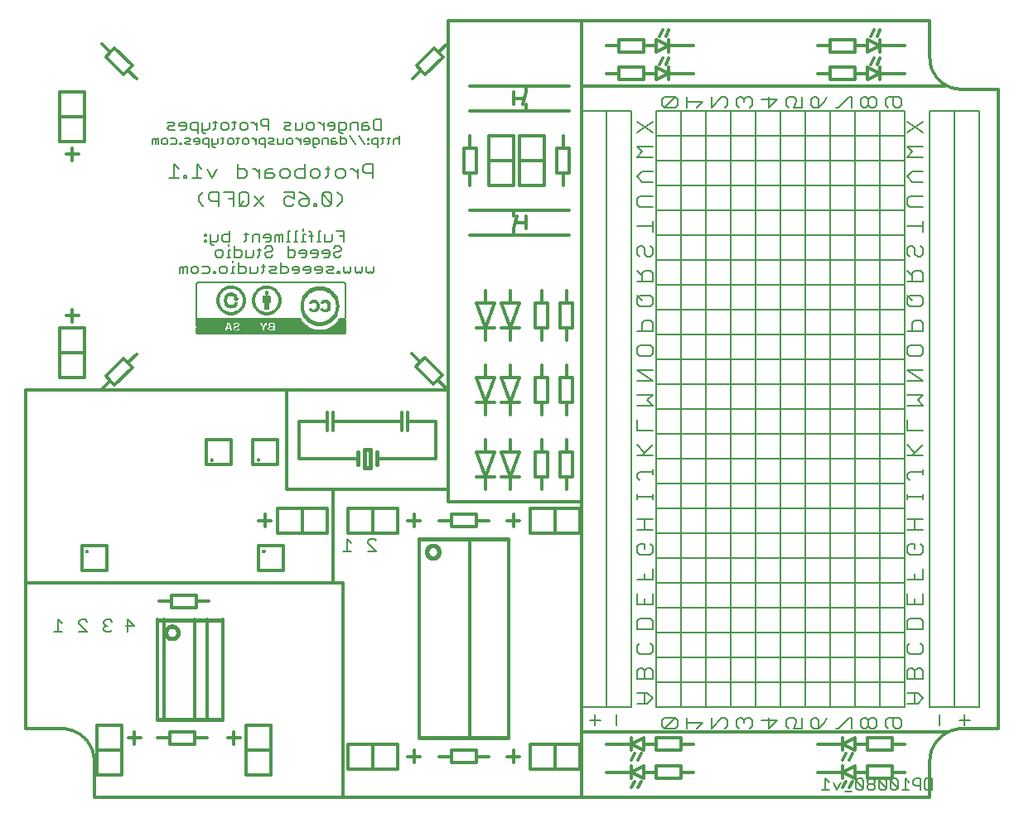
<source format=gbo>
G75*
G70*
%OFA0B0*%
%FSLAX24Y24*%
%IPPOS*%
%LPD*%
%AMOC8*
5,1,8,0,0,1.08239X$1,22.5*
%
%ADD10C,0.0060*%
%ADD11C,0.0120*%
%ADD12C,0.0160*%
%ADD13C,0.0080*%
%ADD14C,0.0050*%
%ADD15C,0.0070*%
%ADD16R,0.6015X0.0015*%
%ADD17R,0.6045X0.0015*%
%ADD18R,0.4395X0.0015*%
%ADD19R,0.1620X0.0015*%
%ADD20R,0.2865X0.0015*%
%ADD21R,0.0210X0.0015*%
%ADD22R,0.0975X0.0015*%
%ADD23R,0.0075X0.0015*%
%ADD24R,0.0165X0.0015*%
%ADD25R,0.1170X0.0015*%
%ADD26R,0.0180X0.0015*%
%ADD27R,0.0945X0.0015*%
%ADD28R,0.0045X0.0015*%
%ADD29R,0.1035X0.0015*%
%ADD30R,0.1785X0.0015*%
%ADD31R,0.0930X0.0015*%
%ADD32R,0.0150X0.0015*%
%ADD33R,0.0885X0.0015*%
%ADD34R,0.1650X0.0015*%
%ADD35R,0.0060X0.0015*%
%ADD36R,0.0030X0.0015*%
%ADD37R,0.0135X0.0015*%
%ADD38R,0.1185X0.0015*%
%ADD39R,0.0810X0.0015*%
%ADD40R,0.1575X0.0015*%
%ADD41R,0.0120X0.0015*%
%ADD42R,0.0915X0.0015*%
%ADD43R,0.0765X0.0015*%
%ADD44R,0.1530X0.0015*%
%ADD45R,0.1200X0.0015*%
%ADD46R,0.0735X0.0015*%
%ADD47R,0.1485X0.0015*%
%ADD48R,0.0690X0.0015*%
%ADD49R,0.1455X0.0015*%
%ADD50R,0.1110X0.0015*%
%ADD51R,0.0660X0.0015*%
%ADD52R,0.1425X0.0015*%
%ADD53R,0.1080X0.0015*%
%ADD54R,0.1215X0.0015*%
%ADD55R,0.0630X0.0015*%
%ADD56R,0.1395X0.0015*%
%ADD57R,0.0090X0.0015*%
%ADD58R,0.1020X0.0015*%
%ADD59R,0.0600X0.0015*%
%ADD60R,0.1365X0.0015*%
%ADD61R,0.0960X0.0015*%
%ADD62R,0.0585X0.0015*%
%ADD63R,0.1335X0.0015*%
%ADD64R,0.1230X0.0015*%
%ADD65R,0.0555X0.0015*%
%ADD66R,0.1320X0.0015*%
%ADD67R,0.0540X0.0015*%
%ADD68R,0.1290X0.0015*%
%ADD69R,0.0885X0.0015*%
%ADD70R,0.0225X0.0015*%
%ADD71R,0.1245X0.0015*%
%ADD72R,0.0510X0.0015*%
%ADD73R,0.0300X0.0015*%
%ADD74R,0.1275X0.0015*%
%ADD75R,0.0105X0.0015*%
%ADD76R,0.0270X0.0015*%
%ADD77R,0.0015X0.0015*%
%ADD78R,0.0495X0.0015*%
%ADD79R,0.0435X0.0015*%
%ADD80R,0.1260X0.0015*%
%ADD81R,0.0855X0.0015*%
%ADD82R,0.0480X0.0015*%
%ADD83R,0.0525X0.0015*%
%ADD84R,0.0465X0.0015*%
%ADD85R,0.0600X0.0015*%
%ADD86R,0.0450X0.0015*%
%ADD87R,0.0675X0.0015*%
%ADD88R,0.0840X0.0015*%
%ADD89R,0.0420X0.0015*%
%ADD90R,0.0735X0.0015*%
%ADD91R,0.0405X0.0015*%
%ADD92R,0.0780X0.0015*%
%ADD93R,0.0825X0.0015*%
%ADD94R,0.1155X0.0015*%
%ADD95R,0.0195X0.0015*%
%ADD96R,0.0390X0.0015*%
%ADD97R,0.2670X0.0015*%
%ADD98R,0.0375X0.0015*%
%ADD99R,0.4320X0.0015*%
%ADD100R,0.0360X0.0015*%
%ADD101R,0.0330X0.0015*%
%ADD102R,0.4305X0.0015*%
%ADD103R,0.0345X0.0015*%
%ADD104R,0.4290X0.0015*%
%ADD105R,0.0330X0.0015*%
%ADD106R,0.4275X0.0015*%
%ADD107R,0.0255X0.0015*%
%ADD108R,0.4260X0.0015*%
%ADD109R,0.0315X0.0015*%
%ADD110R,0.0240X0.0015*%
%ADD111R,0.0300X0.0015*%
%ADD112R,0.4245X0.0015*%
%ADD113R,0.0285X0.0015*%
%ADD114R,0.4230X0.0015*%
%ADD115R,0.0270X0.0015*%
%ADD116R,0.4215X0.0015*%
%ADD117R,0.0060X0.0015*%
%ADD118R,0.0360X0.0015*%
%ADD119R,0.0450X0.0015*%
%ADD120R,0.0510X0.0015*%
%ADD121R,0.0570X0.0015*%
%ADD122R,0.0555X0.0015*%
%ADD123R,0.0615X0.0015*%
%ADD124R,0.0660X0.0015*%
%ADD125R,0.0345X0.0015*%
%ADD126R,0.0390X0.0015*%
%ADD127R,0.0315X0.0015*%
%ADD128R,0.0420X0.0015*%
%ADD129R,0.0465X0.0015*%
%ADD130R,0.0375X0.0015*%
%ADD131R,0.0285X0.0015*%
%ADD132R,0.0405X0.0015*%
%ADD133R,0.0870X0.0015*%
%ADD134R,0.0720X0.0015*%
%ADD135R,0.0645X0.0015*%
%ADD136R,0.0585X0.0015*%
%ADD137R,0.0495X0.0015*%
%ADD138R,0.0540X0.0015*%
%ADD139R,0.0480X0.0015*%
%ADD140R,0.6015X0.0015*%
%ADD141R,0.5985X0.0015*%
%ADD142R,0.5955X0.0015*%
%ADD143R,0.5895X0.0015*%
D10*
X005898Y010197D02*
X006231Y010197D01*
X006064Y010197D02*
X006064Y010697D01*
X006231Y010530D01*
X006898Y010530D02*
X007231Y010197D01*
X006898Y010197D01*
X006898Y010530D02*
X006898Y010614D01*
X006981Y010697D01*
X007148Y010697D01*
X007231Y010614D01*
X007898Y010614D02*
X007898Y010530D01*
X007981Y010447D01*
X007898Y010363D01*
X007898Y010280D01*
X007981Y010197D01*
X008148Y010197D01*
X008231Y010280D01*
X008064Y010447D02*
X007981Y010447D01*
X007898Y010614D02*
X007981Y010697D01*
X008148Y010697D01*
X008231Y010614D01*
X008773Y010447D02*
X009106Y010447D01*
X008856Y010697D01*
X008856Y010197D01*
X007170Y013435D02*
X007172Y013447D01*
X007177Y013458D01*
X007186Y013467D01*
X007197Y013472D01*
X007209Y013474D01*
X007221Y013472D01*
X007232Y013467D01*
X007241Y013458D01*
X007246Y013447D01*
X007248Y013435D01*
X007246Y013423D01*
X007241Y013412D01*
X007232Y013403D01*
X007221Y013398D01*
X007209Y013396D01*
X007197Y013398D01*
X007186Y013403D01*
X007177Y013412D01*
X007172Y013423D01*
X007170Y013435D01*
X012204Y017115D02*
X012206Y017127D01*
X012211Y017138D01*
X012220Y017147D01*
X012231Y017152D01*
X012243Y017154D01*
X012255Y017152D01*
X012266Y017147D01*
X012275Y017138D01*
X012280Y017127D01*
X012282Y017115D01*
X012280Y017103D01*
X012275Y017092D01*
X012266Y017083D01*
X012255Y017078D01*
X012243Y017076D01*
X012231Y017078D01*
X012220Y017083D01*
X012211Y017092D01*
X012206Y017103D01*
X012204Y017115D01*
X014079Y017115D02*
X014081Y017127D01*
X014086Y017138D01*
X014095Y017147D01*
X014106Y017152D01*
X014118Y017154D01*
X014130Y017152D01*
X014141Y017147D01*
X014150Y017138D01*
X014155Y017127D01*
X014157Y017115D01*
X014155Y017103D01*
X014150Y017092D01*
X014141Y017083D01*
X014130Y017078D01*
X014118Y017076D01*
X014106Y017078D01*
X014095Y017083D01*
X014086Y017092D01*
X014081Y017103D01*
X014079Y017115D01*
X017689Y013947D02*
X017689Y013447D01*
X017523Y013447D02*
X017856Y013447D01*
X017856Y013780D02*
X017689Y013947D01*
X018523Y013864D02*
X018606Y013947D01*
X018773Y013947D01*
X018856Y013864D01*
X018523Y013864D02*
X018523Y013780D01*
X018856Y013447D01*
X018523Y013447D01*
X014295Y013435D02*
X014297Y013447D01*
X014302Y013458D01*
X014311Y013467D01*
X014322Y013472D01*
X014334Y013474D01*
X014346Y013472D01*
X014357Y013467D01*
X014366Y013458D01*
X014371Y013447D01*
X014373Y013435D01*
X014371Y013423D01*
X014366Y013412D01*
X014357Y013403D01*
X014346Y013398D01*
X014334Y013396D01*
X014322Y013398D01*
X014311Y013403D01*
X014302Y013412D01*
X014297Y013423D01*
X014295Y013435D01*
X014237Y024621D02*
X014310Y024694D01*
X014310Y024988D01*
X014383Y024914D02*
X014237Y024914D01*
X014076Y024914D02*
X014076Y024694D01*
X014003Y024621D01*
X013783Y024621D01*
X013783Y024914D01*
X013616Y024841D02*
X013543Y024914D01*
X013323Y024914D01*
X013323Y025061D02*
X013323Y024621D01*
X013543Y024621D01*
X013616Y024694D01*
X013616Y024841D01*
X013620Y025278D02*
X013620Y025571D01*
X013453Y025498D02*
X013380Y025571D01*
X013159Y025571D01*
X013159Y025718D02*
X013159Y025278D01*
X013380Y025278D01*
X013453Y025351D01*
X013453Y025498D01*
X013620Y025278D02*
X013840Y025278D01*
X013913Y025351D01*
X013913Y025571D01*
X014074Y025571D02*
X014220Y025571D01*
X014147Y025645D02*
X014147Y025351D01*
X014074Y025278D01*
X014387Y025351D02*
X014460Y025278D01*
X014607Y025278D01*
X014681Y025351D01*
X014607Y025498D02*
X014460Y025498D01*
X014387Y025425D01*
X014387Y025351D01*
X014607Y025498D02*
X014681Y025571D01*
X014681Y025645D01*
X014607Y025718D01*
X014460Y025718D01*
X014387Y025645D01*
X014407Y025907D02*
X014554Y025907D01*
X014627Y025980D01*
X014627Y026127D01*
X014554Y026200D01*
X014407Y026200D01*
X014333Y026127D01*
X014333Y026054D01*
X014627Y026054D01*
X014794Y026127D02*
X014794Y025907D01*
X014941Y025907D02*
X014941Y026127D01*
X014867Y026200D01*
X014794Y026127D01*
X014941Y026127D02*
X015014Y026200D01*
X015087Y026200D01*
X015087Y025907D01*
X015248Y025907D02*
X015394Y025907D01*
X015321Y025907D02*
X015321Y026347D01*
X015394Y026347D01*
X015628Y026347D02*
X015628Y025907D01*
X015701Y025907D02*
X015554Y025907D01*
X015861Y025907D02*
X016008Y025907D01*
X015935Y025907D02*
X015935Y026200D01*
X016008Y026200D01*
X015935Y026347D02*
X015935Y026421D01*
X016168Y026347D02*
X016242Y026274D01*
X016242Y025907D01*
X016315Y026127D02*
X016168Y026127D01*
X016475Y025907D02*
X016622Y025907D01*
X016548Y025907D02*
X016548Y026347D01*
X016622Y026347D01*
X016789Y026200D02*
X016789Y025907D01*
X017009Y025907D01*
X017082Y025980D01*
X017082Y026200D01*
X017249Y026347D02*
X017543Y026347D01*
X017543Y025907D01*
X017543Y026127D02*
X017396Y026127D01*
X017369Y025718D02*
X017223Y025718D01*
X017149Y025645D01*
X017223Y025498D02*
X017149Y025425D01*
X017149Y025351D01*
X017223Y025278D01*
X017369Y025278D01*
X017443Y025351D01*
X017369Y025498D02*
X017223Y025498D01*
X017369Y025498D02*
X017443Y025571D01*
X017443Y025645D01*
X017369Y025718D01*
X016982Y025498D02*
X016909Y025571D01*
X016762Y025571D01*
X016689Y025498D01*
X016689Y025425D01*
X016982Y025425D01*
X016982Y025498D02*
X016982Y025351D01*
X016909Y025278D01*
X016762Y025278D01*
X016522Y025351D02*
X016522Y025498D01*
X016449Y025571D01*
X016302Y025571D01*
X016228Y025498D01*
X016228Y025425D01*
X016522Y025425D01*
X016522Y025351D02*
X016449Y025278D01*
X016302Y025278D01*
X016062Y025351D02*
X016062Y025498D01*
X015988Y025571D01*
X015842Y025571D01*
X015768Y025498D01*
X015768Y025425D01*
X016062Y025425D01*
X016062Y025351D02*
X015988Y025278D01*
X015842Y025278D01*
X015601Y025351D02*
X015601Y025498D01*
X015528Y025571D01*
X015308Y025571D01*
X015308Y025718D02*
X015308Y025278D01*
X015528Y025278D01*
X015601Y025351D01*
X015544Y024914D02*
X015471Y024841D01*
X015471Y024767D01*
X015764Y024767D01*
X015764Y024694D02*
X015764Y024841D01*
X015691Y024914D01*
X015544Y024914D01*
X015304Y024841D02*
X015231Y024914D01*
X015011Y024914D01*
X015011Y025061D02*
X015011Y024621D01*
X015231Y024621D01*
X015304Y024694D01*
X015304Y024841D01*
X015544Y024621D02*
X015691Y024621D01*
X015764Y024694D01*
X015931Y024767D02*
X016225Y024767D01*
X016225Y024694D02*
X016225Y024841D01*
X016151Y024914D01*
X016005Y024914D01*
X015931Y024841D01*
X015931Y024767D01*
X016005Y024621D02*
X016151Y024621D01*
X016225Y024694D01*
X016392Y024767D02*
X016685Y024767D01*
X016685Y024694D02*
X016685Y024841D01*
X016612Y024914D01*
X016465Y024914D01*
X016392Y024841D01*
X016392Y024767D01*
X016465Y024621D02*
X016612Y024621D01*
X016685Y024694D01*
X016852Y024694D02*
X016925Y024767D01*
X017072Y024767D01*
X017146Y024841D01*
X017072Y024914D01*
X016852Y024914D01*
X016852Y024694D02*
X016925Y024621D01*
X017146Y024621D01*
X017302Y024621D02*
X017376Y024621D01*
X017376Y024694D01*
X017302Y024694D01*
X017302Y024621D01*
X017542Y024694D02*
X017542Y024914D01*
X017542Y024694D02*
X017616Y024621D01*
X017689Y024694D01*
X017763Y024621D01*
X017836Y024694D01*
X017836Y024914D01*
X018003Y024914D02*
X018003Y024694D01*
X018076Y024621D01*
X018150Y024694D01*
X018223Y024621D01*
X018296Y024694D01*
X018296Y024914D01*
X018463Y024914D02*
X018463Y024694D01*
X018537Y024621D01*
X018610Y024694D01*
X018683Y024621D01*
X018757Y024694D01*
X018757Y024914D01*
X015701Y026347D02*
X015628Y026347D01*
X014167Y026200D02*
X013947Y026200D01*
X013873Y026127D01*
X013873Y025907D01*
X013633Y025980D02*
X013560Y025907D01*
X013633Y025980D02*
X013633Y026274D01*
X013706Y026200D02*
X013560Y026200D01*
X014167Y026200D02*
X014167Y025907D01*
X012993Y025571D02*
X012919Y025571D01*
X012919Y025278D01*
X012846Y025278D02*
X012993Y025278D01*
X013082Y025134D02*
X013082Y025061D01*
X013082Y024914D02*
X013082Y024621D01*
X013009Y024621D02*
X013156Y024621D01*
X013156Y024914D02*
X013082Y024914D01*
X012849Y024841D02*
X012849Y024694D01*
X012776Y024621D01*
X012629Y024621D01*
X012555Y024694D01*
X012555Y024841D01*
X012629Y024914D01*
X012776Y024914D01*
X012849Y024841D01*
X012389Y024694D02*
X012315Y024694D01*
X012315Y024621D01*
X012389Y024621D01*
X012389Y024694D01*
X012158Y024694D02*
X012158Y024841D01*
X012085Y024914D01*
X011865Y024914D01*
X011698Y024841D02*
X011698Y024694D01*
X011625Y024621D01*
X011478Y024621D01*
X011404Y024694D01*
X011404Y024841D01*
X011478Y024914D01*
X011625Y024914D01*
X011698Y024841D01*
X011865Y024621D02*
X012085Y024621D01*
X012158Y024694D01*
X011238Y024621D02*
X011238Y024914D01*
X011164Y024914D01*
X011091Y024841D01*
X011018Y024914D01*
X010944Y024841D01*
X010944Y024621D01*
X011091Y024621D02*
X011091Y024841D01*
X012185Y025833D02*
X012259Y025760D01*
X012332Y025760D01*
X012405Y025907D02*
X012185Y025907D01*
X012185Y025833D02*
X012185Y026200D01*
X012018Y026200D02*
X012018Y026127D01*
X011945Y026127D01*
X011945Y026200D01*
X012018Y026200D01*
X012018Y025980D02*
X012018Y025907D01*
X011945Y025907D01*
X011945Y025980D01*
X012018Y025980D01*
X012405Y025907D02*
X012479Y025980D01*
X012479Y026200D01*
X012646Y026127D02*
X012719Y026200D01*
X012939Y026200D01*
X012939Y026347D02*
X012939Y025907D01*
X012719Y025907D01*
X012646Y025980D01*
X012646Y026127D01*
X012919Y025791D02*
X012919Y025718D01*
X012686Y025498D02*
X012686Y025351D01*
X012612Y025278D01*
X012466Y025278D01*
X012392Y025351D01*
X012392Y025498D01*
X012466Y025571D01*
X012612Y025571D01*
X012686Y025498D01*
X014550Y024914D02*
X014770Y024914D01*
X014844Y024841D01*
X014770Y024767D01*
X014624Y024767D01*
X014550Y024694D01*
X014624Y024621D01*
X014844Y024621D01*
X017441Y030260D02*
X017368Y030333D01*
X017368Y030700D01*
X017588Y030700D01*
X017661Y030627D01*
X017661Y030480D01*
X017588Y030407D01*
X017368Y030407D01*
X017441Y030260D02*
X017515Y030260D01*
X017828Y030407D02*
X017828Y030627D01*
X017902Y030700D01*
X018122Y030700D01*
X018122Y030407D01*
X018289Y030407D02*
X018509Y030407D01*
X018582Y030480D01*
X018509Y030554D01*
X018289Y030554D01*
X018289Y030627D02*
X018289Y030407D01*
X018289Y030627D02*
X018362Y030700D01*
X018509Y030700D01*
X018749Y030774D02*
X018749Y030480D01*
X018822Y030407D01*
X019043Y030407D01*
X019043Y030847D01*
X018822Y030847D01*
X018749Y030774D01*
X017201Y030627D02*
X017128Y030700D01*
X016981Y030700D01*
X016908Y030627D01*
X016908Y030554D01*
X017201Y030554D01*
X017201Y030627D02*
X017201Y030480D01*
X017128Y030407D01*
X016981Y030407D01*
X016741Y030407D02*
X016741Y030700D01*
X016741Y030554D02*
X016594Y030700D01*
X016521Y030700D01*
X016357Y030627D02*
X016357Y030480D01*
X016284Y030407D01*
X016137Y030407D01*
X016064Y030480D01*
X016064Y030627D01*
X016137Y030700D01*
X016284Y030700D01*
X016357Y030627D01*
X015897Y030700D02*
X015897Y030480D01*
X015823Y030407D01*
X015603Y030407D01*
X015603Y030700D01*
X015436Y030627D02*
X015363Y030700D01*
X015143Y030700D01*
X015216Y030554D02*
X015363Y030554D01*
X015436Y030627D01*
X015436Y030407D02*
X015216Y030407D01*
X015143Y030480D01*
X015216Y030554D01*
X014516Y030554D02*
X014296Y030554D01*
X014222Y030627D01*
X014222Y030774D01*
X014296Y030847D01*
X014516Y030847D01*
X014516Y030407D01*
X014055Y030407D02*
X014055Y030700D01*
X014055Y030554D02*
X013909Y030700D01*
X013835Y030700D01*
X013672Y030627D02*
X013672Y030480D01*
X013598Y030407D01*
X013452Y030407D01*
X013378Y030480D01*
X013378Y030627D01*
X013452Y030700D01*
X013598Y030700D01*
X013672Y030627D01*
X013211Y030700D02*
X013065Y030700D01*
X013138Y030774D02*
X013138Y030480D01*
X013065Y030407D01*
X012905Y030480D02*
X012831Y030407D01*
X012684Y030407D01*
X012611Y030480D01*
X012611Y030627D01*
X012684Y030700D01*
X012831Y030700D01*
X012905Y030627D01*
X012905Y030480D01*
X012444Y030700D02*
X012297Y030700D01*
X012371Y030774D02*
X012371Y030480D01*
X012297Y030407D01*
X012137Y030480D02*
X012064Y030407D01*
X011844Y030407D01*
X011844Y030333D02*
X011844Y030700D01*
X011677Y030700D02*
X011677Y030260D01*
X011677Y030407D02*
X011457Y030407D01*
X011383Y030480D01*
X011383Y030627D01*
X011457Y030700D01*
X011677Y030700D01*
X011844Y030333D02*
X011917Y030260D01*
X011991Y030260D01*
X012137Y030480D02*
X012137Y030700D01*
X011217Y030627D02*
X011143Y030700D01*
X010996Y030700D01*
X010923Y030627D01*
X010923Y030554D01*
X011217Y030554D01*
X011217Y030627D02*
X011217Y030480D01*
X011143Y030407D01*
X010996Y030407D01*
X010756Y030407D02*
X010536Y030407D01*
X010463Y030480D01*
X010536Y030554D01*
X010683Y030554D01*
X010756Y030627D01*
X010683Y030700D01*
X010463Y030700D01*
X036930Y004281D02*
X036930Y003840D01*
X036784Y003840D02*
X037077Y003840D01*
X037077Y004134D02*
X036930Y004281D01*
X037244Y004134D02*
X037391Y003840D01*
X037538Y004134D01*
X037704Y003767D02*
X037998Y003767D01*
X038165Y003914D02*
X038238Y003840D01*
X038385Y003840D01*
X038458Y003914D01*
X038165Y004207D01*
X038165Y003914D01*
X038458Y003914D02*
X038458Y004207D01*
X038385Y004281D01*
X038238Y004281D01*
X038165Y004207D01*
X038625Y004207D02*
X038625Y004134D01*
X038698Y004061D01*
X038845Y004061D01*
X038919Y004134D01*
X038919Y004207D01*
X038845Y004281D01*
X038698Y004281D01*
X038625Y004207D01*
X038698Y004061D02*
X038625Y003987D01*
X038625Y003914D01*
X038698Y003840D01*
X038845Y003840D01*
X038919Y003914D01*
X038919Y003987D01*
X038845Y004061D01*
X039085Y004207D02*
X039379Y003914D01*
X039306Y003840D01*
X039159Y003840D01*
X039085Y003914D01*
X039085Y004207D01*
X039159Y004281D01*
X039306Y004281D01*
X039379Y004207D01*
X039379Y003914D01*
X039546Y003914D02*
X039619Y003840D01*
X039766Y003840D01*
X039839Y003914D01*
X039546Y004207D01*
X039546Y003914D01*
X039546Y004207D02*
X039619Y004281D01*
X039766Y004281D01*
X039839Y004207D01*
X039839Y003914D01*
X040006Y003840D02*
X040300Y003840D01*
X040153Y003840D02*
X040153Y004281D01*
X040300Y004134D01*
X040466Y004207D02*
X040466Y004061D01*
X040540Y003987D01*
X040760Y003987D01*
X040760Y003840D02*
X040760Y004281D01*
X040540Y004281D01*
X040466Y004207D01*
X040927Y004207D02*
X040927Y003914D01*
X041000Y003840D01*
X041220Y003840D01*
X041220Y004281D01*
X041000Y004281D01*
X040927Y004207D01*
D11*
X007512Y005042D02*
X007506Y005112D01*
X007497Y005183D01*
X007484Y005253D01*
X007467Y005322D01*
X007447Y005390D01*
X007423Y005457D01*
X007395Y005523D01*
X007364Y005587D01*
X007329Y005649D01*
X007291Y005709D01*
X007250Y005767D01*
X007206Y005823D01*
X007159Y005876D01*
X007109Y005927D01*
X007056Y005975D01*
X007001Y006020D01*
X006944Y006062D01*
X006884Y006100D01*
X006822Y006136D01*
X006759Y006168D01*
X006693Y006196D01*
X006627Y006221D01*
X006559Y006243D01*
X006490Y006260D01*
X006420Y006274D01*
X006350Y006284D01*
X006279Y006291D01*
X006208Y006293D01*
X006137Y006292D01*
X006136Y006292D02*
X004761Y006292D01*
X004761Y019917D01*
X015261Y019917D01*
X021761Y019917D01*
X021761Y034792D01*
X027136Y034792D01*
X041136Y034792D01*
X041136Y033292D01*
X040136Y033792D02*
X039136Y033792D01*
X038636Y034042D01*
X038636Y033792D01*
X038136Y033792D01*
X038136Y033542D01*
X037136Y033542D01*
X037136Y033792D01*
X036636Y033792D01*
X037136Y033792D02*
X037136Y034042D01*
X038136Y034042D01*
X038136Y033792D01*
X038636Y033792D02*
X038636Y033542D01*
X039136Y033792D01*
X039136Y033542D01*
X039136Y033792D02*
X039136Y034042D01*
X039011Y034167D02*
X039136Y034417D01*
X038886Y034417D02*
X038761Y034167D01*
X038886Y033292D02*
X038761Y033042D01*
X038636Y032917D02*
X039136Y032667D01*
X038636Y032417D01*
X038636Y032667D01*
X038136Y032667D01*
X038136Y032417D01*
X037136Y032417D01*
X037136Y032667D01*
X036636Y032667D01*
X037136Y032667D02*
X037136Y032917D01*
X038136Y032917D01*
X038136Y032667D01*
X038636Y032667D02*
X038636Y032917D01*
X039011Y033042D02*
X039136Y033292D01*
X039136Y032917D02*
X039136Y032667D01*
X039136Y032417D01*
X039136Y032667D02*
X040136Y032667D01*
X041761Y032167D02*
X027136Y032167D01*
X027136Y015417D01*
X021761Y015417D01*
X021761Y015917D01*
X017136Y015917D01*
X017136Y012167D01*
X004761Y012167D01*
X007011Y012667D02*
X007011Y013667D01*
X008011Y013667D01*
X008011Y012667D01*
X007011Y012667D01*
X010136Y011417D02*
X010636Y011417D01*
X010636Y011667D01*
X011636Y011667D01*
X011636Y011417D01*
X012136Y011417D01*
X011636Y011417D02*
X011636Y011167D01*
X010636Y011167D01*
X010636Y011417D01*
X010313Y010693D02*
X010313Y009693D01*
X010313Y009670D02*
X010313Y008670D01*
X010313Y008646D02*
X010313Y007646D01*
X010313Y007622D02*
X010313Y006622D01*
X010063Y006622D02*
X010063Y007622D01*
X010063Y007646D02*
X010063Y008646D01*
X010063Y008670D02*
X010063Y009670D01*
X010063Y009693D02*
X010063Y010693D01*
X011563Y010693D02*
X011563Y009693D01*
X011563Y009670D02*
X011563Y008670D01*
X011563Y008646D02*
X011563Y007646D01*
X011563Y007622D02*
X011563Y006622D01*
X011563Y006167D02*
X011563Y005917D01*
X012063Y005917D01*
X011563Y005917D02*
X011563Y005667D01*
X010563Y005667D01*
X010563Y005917D01*
X010063Y005917D01*
X010563Y005917D02*
X010563Y006167D01*
X011563Y006167D01*
X012063Y006622D02*
X012063Y007622D01*
X012063Y007646D02*
X012063Y008646D01*
X012063Y008670D02*
X012063Y009670D01*
X012063Y009693D02*
X012063Y010693D01*
X012688Y010693D02*
X012688Y009693D01*
X012688Y009670D02*
X012688Y008670D01*
X012688Y008646D02*
X012688Y007646D01*
X012688Y007622D02*
X012688Y006622D01*
X013136Y006167D02*
X013136Y005667D01*
X013386Y005917D02*
X012886Y005917D01*
X013636Y006417D02*
X013636Y005417D01*
X014636Y005417D01*
X014636Y004417D01*
X013636Y004417D01*
X013636Y005417D01*
X014636Y005417D02*
X014636Y006417D01*
X013636Y006417D01*
X017705Y005667D02*
X017705Y004667D01*
X018705Y004667D01*
X018705Y005667D01*
X019705Y005667D01*
X019705Y004667D01*
X018705Y004667D01*
X018705Y005667D02*
X017705Y005667D01*
X020136Y005167D02*
X020636Y005167D01*
X020386Y004917D02*
X020386Y005417D01*
X020575Y005893D02*
X020575Y006940D01*
X020575Y006893D02*
X020575Y007940D01*
X020575Y007893D02*
X020575Y008940D01*
X020575Y008893D02*
X020575Y009940D01*
X020575Y009893D02*
X020575Y010940D01*
X020575Y010893D02*
X020575Y011940D01*
X020575Y011893D02*
X020575Y012940D01*
X020575Y012893D02*
X020575Y013940D01*
X020386Y014417D02*
X020386Y014917D01*
X020136Y014667D02*
X020636Y014667D01*
X019705Y015167D02*
X018705Y015167D01*
X018705Y014167D01*
X017705Y014167D01*
X017705Y015167D01*
X018705Y015167D01*
X019705Y015167D02*
X019705Y014167D01*
X018705Y014167D01*
X016886Y014167D02*
X016886Y015167D01*
X015886Y015167D01*
X015886Y014167D01*
X014886Y014167D01*
X014886Y015167D01*
X015886Y015167D01*
X015261Y015917D02*
X015261Y019917D01*
X016886Y019042D02*
X016886Y018667D01*
X015761Y018667D01*
X015761Y017167D01*
X018136Y017167D01*
X018886Y017167D02*
X021261Y017167D01*
X021261Y018667D01*
X020136Y018667D01*
X020136Y018292D01*
X019886Y018292D02*
X019886Y018667D01*
X017136Y018667D01*
X017136Y018292D01*
X016886Y018292D02*
X016886Y018667D01*
X017136Y018667D02*
X017136Y019042D01*
X014886Y017917D02*
X014886Y016917D01*
X013886Y016917D01*
X013886Y017917D01*
X014886Y017917D01*
X013011Y017917D02*
X013011Y016917D01*
X012011Y016917D01*
X012011Y017917D01*
X013011Y017917D01*
X015261Y015917D02*
X017136Y015917D01*
X014636Y014667D02*
X014136Y014667D01*
X014386Y014917D02*
X014386Y014417D01*
X014136Y013667D02*
X015136Y013667D01*
X015136Y012667D01*
X014136Y012667D01*
X014136Y013667D01*
X015886Y014167D02*
X016886Y014167D01*
X017136Y012167D02*
X015136Y012167D01*
X017136Y012167D02*
X017511Y012167D01*
X017511Y003542D01*
X027136Y003542D01*
X041136Y003542D01*
X041136Y005042D01*
X040136Y004542D02*
X039636Y004542D01*
X039636Y004292D01*
X038636Y004292D01*
X038636Y004542D01*
X038136Y004542D01*
X038136Y004292D01*
X037636Y004542D01*
X038136Y004792D01*
X038136Y004542D01*
X038011Y004167D02*
X037886Y003917D01*
X037636Y003917D02*
X037761Y004167D01*
X037636Y004292D02*
X037636Y004542D01*
X037636Y004792D01*
X037636Y005042D02*
X037761Y005292D01*
X037636Y005417D02*
X037636Y005667D01*
X038136Y005417D01*
X038136Y005667D01*
X038636Y005667D01*
X038636Y005917D01*
X039636Y005917D01*
X039636Y005667D01*
X040136Y005667D01*
X039636Y005667D02*
X039636Y005417D01*
X038636Y005417D01*
X038636Y005667D01*
X038136Y005667D02*
X038136Y005917D01*
X037636Y005667D01*
X037636Y005917D01*
X037636Y005667D02*
X036636Y005667D01*
X037886Y005042D02*
X038011Y005292D01*
X038636Y004792D02*
X038636Y004542D01*
X038636Y004792D02*
X039636Y004792D01*
X039636Y004542D01*
X037636Y004542D02*
X036636Y004542D01*
X031636Y004542D02*
X031136Y004542D01*
X031136Y004292D01*
X030136Y004292D01*
X030136Y004542D01*
X029636Y004542D01*
X029636Y004292D01*
X029136Y004542D01*
X029636Y004792D01*
X029636Y004542D01*
X029511Y004167D02*
X029386Y003917D01*
X029136Y003917D02*
X029261Y004167D01*
X029136Y004292D02*
X029136Y004542D01*
X029136Y004792D01*
X029136Y005042D02*
X029261Y005292D01*
X029136Y005417D02*
X029136Y005667D01*
X029636Y005417D01*
X029636Y005667D01*
X030136Y005667D01*
X030136Y005917D01*
X031136Y005917D01*
X031136Y005667D01*
X031636Y005667D01*
X031136Y005667D02*
X031136Y005417D01*
X030136Y005417D01*
X030136Y005667D01*
X029636Y005667D02*
X029636Y005917D01*
X029136Y005667D01*
X029136Y005917D01*
X029136Y005667D02*
X028136Y005667D01*
X027067Y005667D02*
X026067Y005667D01*
X026067Y004667D01*
X025067Y004667D01*
X025067Y005667D01*
X026067Y005667D01*
X027067Y005667D02*
X027067Y004667D01*
X026067Y004667D01*
X024636Y005167D02*
X024136Y005167D01*
X024386Y004917D02*
X024386Y005417D01*
X024197Y005893D02*
X024197Y006940D01*
X024197Y006893D02*
X024197Y007940D01*
X024197Y007893D02*
X024197Y008940D01*
X024197Y008893D02*
X024197Y009940D01*
X024197Y009893D02*
X024197Y010940D01*
X024197Y010893D02*
X024197Y011940D01*
X024197Y011893D02*
X024197Y012940D01*
X024197Y012893D02*
X024197Y013940D01*
X024386Y014417D02*
X024386Y014917D01*
X024136Y014667D02*
X024636Y014667D01*
X025067Y015167D02*
X026067Y015167D01*
X026067Y014167D01*
X025067Y014167D01*
X025067Y015167D01*
X025511Y015917D02*
X025511Y016417D01*
X025261Y016417D01*
X025261Y017417D01*
X025511Y017417D01*
X025511Y017917D01*
X025511Y017417D02*
X025761Y017417D01*
X025761Y016417D01*
X025511Y016417D01*
X024636Y016417D02*
X024261Y016417D01*
X023886Y017417D01*
X024261Y017417D01*
X024261Y017917D01*
X024261Y017417D02*
X024636Y017417D01*
X024261Y016417D01*
X023886Y016417D01*
X023636Y016417D02*
X023261Y016417D01*
X022886Y017417D01*
X023261Y017417D01*
X023261Y017917D01*
X023261Y017417D02*
X023636Y017417D01*
X023261Y016417D01*
X022886Y016417D01*
X023261Y016417D02*
X023261Y015917D01*
X024261Y015917D02*
X024261Y016417D01*
X026067Y015167D02*
X027067Y015167D01*
X027067Y014167D01*
X026067Y014167D01*
X027136Y015417D02*
X027136Y006167D01*
X027136Y003542D01*
X028136Y004542D02*
X029136Y004542D01*
X029386Y005042D02*
X029511Y005292D01*
X030136Y004792D02*
X030136Y004542D01*
X030136Y004792D02*
X031136Y004792D01*
X031136Y004542D01*
X027136Y006167D02*
X041886Y006167D01*
X042511Y006292D02*
X043886Y006292D01*
X043886Y032042D01*
X042386Y032042D01*
X042318Y032044D01*
X042251Y032049D01*
X042184Y032058D01*
X042117Y032071D01*
X042052Y032088D01*
X041987Y032107D01*
X041923Y032131D01*
X041861Y032158D01*
X041800Y032188D01*
X041742Y032221D01*
X041685Y032257D01*
X041630Y032297D01*
X041577Y032339D01*
X041526Y032385D01*
X041479Y032432D01*
X041433Y032483D01*
X041391Y032536D01*
X041351Y032591D01*
X041315Y032648D01*
X041282Y032706D01*
X041252Y032767D01*
X041225Y032829D01*
X041201Y032893D01*
X041182Y032958D01*
X041165Y033023D01*
X041152Y033090D01*
X041143Y033157D01*
X041138Y033224D01*
X041136Y033292D01*
X031636Y033792D02*
X030636Y033792D01*
X030136Y034042D01*
X030136Y033792D01*
X029636Y033792D01*
X029636Y033542D01*
X028636Y033542D01*
X028636Y033792D01*
X028136Y033792D01*
X028636Y033792D02*
X028636Y034042D01*
X029636Y034042D01*
X029636Y033792D01*
X030136Y033792D02*
X030136Y033542D01*
X030636Y033792D01*
X030636Y033542D01*
X030636Y033792D02*
X030636Y034042D01*
X030511Y034167D02*
X030636Y034417D01*
X030386Y034417D02*
X030261Y034167D01*
X030386Y033292D02*
X030261Y033042D01*
X030136Y032917D02*
X030636Y032667D01*
X030136Y032417D01*
X030136Y032667D01*
X029636Y032667D01*
X029636Y032417D01*
X028636Y032417D01*
X028636Y032667D01*
X028136Y032667D01*
X028636Y032667D02*
X028636Y032917D01*
X029636Y032917D01*
X029636Y032667D01*
X030136Y032667D02*
X030136Y032917D01*
X030511Y033042D02*
X030636Y033292D01*
X030636Y032917D02*
X030636Y032667D01*
X030636Y032417D01*
X030636Y032667D02*
X031636Y032667D01*
X027136Y032167D02*
X027136Y034792D01*
X026636Y032167D02*
X022636Y032167D01*
X022636Y031167D02*
X026636Y031167D01*
X026386Y030167D02*
X026386Y029667D01*
X026636Y029667D01*
X026636Y028667D01*
X026386Y028667D01*
X026386Y028167D01*
X026386Y028667D02*
X026136Y028667D01*
X026136Y029667D01*
X026386Y029667D01*
X025636Y030167D02*
X025636Y029167D01*
X024636Y029167D01*
X024636Y030167D01*
X025636Y030167D01*
X024386Y030167D02*
X024386Y029167D01*
X023386Y029167D01*
X023386Y030167D01*
X024386Y030167D01*
X024386Y029167D02*
X024386Y028167D01*
X023386Y028167D01*
X023386Y029167D01*
X022886Y029667D02*
X022886Y028667D01*
X022636Y028667D01*
X022636Y028167D01*
X022636Y028667D02*
X022386Y028667D01*
X022386Y029667D01*
X022636Y029667D01*
X022636Y030167D01*
X022636Y029667D02*
X022886Y029667D01*
X024636Y029167D02*
X024636Y028167D01*
X025636Y028167D01*
X025636Y029167D01*
X026636Y027167D02*
X022636Y027167D01*
X022636Y026167D02*
X026636Y026167D01*
X024886Y026417D02*
X024886Y026667D01*
X024511Y026667D01*
X024511Y026917D02*
X024386Y026417D01*
X024386Y026167D01*
X024886Y026667D02*
X024886Y026917D01*
X024386Y026917D02*
X024386Y027167D01*
X024261Y023917D02*
X024261Y023417D01*
X024636Y023417D01*
X024261Y022417D01*
X023886Y023417D01*
X024261Y023417D01*
X023636Y023417D02*
X023261Y023417D01*
X023261Y023917D01*
X023261Y023417D02*
X022886Y023417D01*
X023261Y022417D01*
X023636Y023417D01*
X023636Y022417D02*
X023261Y022417D01*
X022886Y022417D01*
X023261Y022417D02*
X023261Y021917D01*
X023886Y022417D02*
X024261Y022417D01*
X024636Y022417D01*
X024261Y022417D02*
X024261Y021917D01*
X025261Y022417D02*
X025261Y023417D01*
X025511Y023417D01*
X025511Y023917D01*
X025511Y023417D02*
X025761Y023417D01*
X025761Y022417D01*
X025511Y022417D01*
X025511Y021917D01*
X025511Y022417D02*
X025261Y022417D01*
X026261Y022417D02*
X026261Y023417D01*
X026511Y023417D01*
X026511Y023917D01*
X026511Y023417D02*
X026761Y023417D01*
X026761Y022417D01*
X026511Y022417D01*
X026511Y021917D01*
X026511Y022417D02*
X026261Y022417D01*
X026511Y020917D02*
X026511Y020417D01*
X026761Y020417D01*
X026761Y019417D01*
X026511Y019417D01*
X026511Y018917D01*
X026511Y019417D02*
X026261Y019417D01*
X026261Y020417D01*
X026511Y020417D01*
X025761Y020417D02*
X025761Y019417D01*
X025511Y019417D01*
X025511Y018917D01*
X025511Y019417D02*
X025261Y019417D01*
X025261Y020417D01*
X025511Y020417D01*
X025511Y020917D01*
X025511Y020417D02*
X025761Y020417D01*
X024636Y020417D02*
X024261Y020417D01*
X024261Y020917D01*
X024261Y020417D02*
X023886Y020417D01*
X024261Y019417D01*
X024636Y020417D01*
X023636Y020417D02*
X023261Y020417D01*
X023261Y020917D01*
X023261Y020417D02*
X022886Y020417D01*
X023261Y019417D01*
X023636Y020417D01*
X023636Y019417D02*
X023261Y019417D01*
X022886Y019417D01*
X023261Y019417D02*
X023261Y018917D01*
X023886Y019417D02*
X024261Y019417D01*
X024636Y019417D01*
X024261Y019417D02*
X024261Y018917D01*
X026511Y017917D02*
X026511Y017417D01*
X026761Y017417D01*
X026761Y016417D01*
X026511Y016417D01*
X026511Y015917D01*
X026511Y016417D02*
X026261Y016417D01*
X026261Y017417D01*
X026511Y017417D01*
X023386Y014667D02*
X022886Y014667D01*
X022886Y014417D01*
X021886Y014417D01*
X021886Y014667D01*
X021386Y014667D01*
X021886Y014667D02*
X021886Y014917D01*
X022886Y014917D01*
X022886Y014667D01*
X022636Y013917D02*
X022636Y012917D01*
X022636Y011917D01*
X022636Y010917D01*
X022636Y009917D01*
X022636Y008917D01*
X022636Y007917D01*
X022636Y006917D01*
X022636Y005917D01*
X022886Y005417D02*
X021886Y005417D01*
X021886Y005167D01*
X021386Y005167D01*
X021886Y005167D02*
X021886Y004917D01*
X022886Y004917D01*
X022886Y005167D01*
X023386Y005167D01*
X022886Y005167D02*
X022886Y005417D01*
X017511Y003542D02*
X007511Y003542D01*
X007511Y005042D01*
X007636Y005417D02*
X007636Y006417D01*
X008636Y006417D01*
X008636Y005417D01*
X007636Y005417D01*
X007636Y004417D01*
X008636Y004417D01*
X008636Y005417D01*
X008886Y005917D02*
X009386Y005917D01*
X009136Y005667D02*
X009136Y006167D01*
X021761Y015917D02*
X021761Y019917D01*
X021688Y019990D02*
X021334Y020343D01*
X021158Y020167D01*
X020451Y020874D01*
X020627Y021051D01*
X020274Y021404D01*
X020627Y021051D02*
X020804Y021227D01*
X021511Y020520D01*
X021334Y020343D01*
X020136Y019042D02*
X020136Y018667D01*
X019886Y018667D02*
X019886Y019042D01*
X009218Y021374D02*
X008865Y021020D01*
X009042Y020843D01*
X008334Y020136D01*
X008158Y020313D01*
X007804Y019960D01*
X008158Y020313D02*
X007981Y020490D01*
X008688Y021197D01*
X008865Y021020D01*
X007136Y021417D02*
X007136Y022417D01*
X006136Y022417D01*
X006136Y021417D01*
X007136Y021417D01*
X007136Y020417D01*
X006136Y020417D01*
X006136Y021417D01*
X006636Y022667D02*
X006636Y023167D01*
X006886Y022917D02*
X006386Y022917D01*
X006636Y029167D02*
X006636Y029667D01*
X006886Y029417D02*
X006386Y029417D01*
X006136Y029917D02*
X006136Y030917D01*
X006136Y031917D01*
X007136Y031917D01*
X007136Y030917D01*
X006136Y030917D01*
X007136Y030917D02*
X007136Y029917D01*
X006136Y029917D01*
X008865Y032813D02*
X009218Y032460D01*
X008865Y032813D02*
X008688Y032636D01*
X007981Y033343D01*
X008158Y033520D01*
X007804Y033874D01*
X008158Y033520D02*
X008334Y033697D01*
X009042Y032990D01*
X008865Y032813D01*
X020304Y032460D02*
X020658Y032813D01*
X020481Y032990D01*
X021188Y033697D01*
X021365Y033520D01*
X021718Y033874D01*
X021365Y033520D02*
X021542Y033343D01*
X020834Y032636D01*
X020658Y032813D01*
X024386Y031917D02*
X024386Y031667D01*
X024761Y031667D01*
X024761Y031417D02*
X024886Y031917D01*
X024886Y032167D01*
X024386Y031667D02*
X024386Y031417D01*
X024886Y031417D02*
X024886Y031167D01*
X042512Y006292D02*
X042440Y006293D01*
X042369Y006291D01*
X042298Y006284D01*
X042228Y006274D01*
X042158Y006260D01*
X042089Y006243D01*
X042021Y006221D01*
X041955Y006196D01*
X041889Y006168D01*
X041826Y006136D01*
X041764Y006100D01*
X041704Y006062D01*
X041647Y006020D01*
X041592Y005975D01*
X041539Y005927D01*
X041489Y005876D01*
X041442Y005823D01*
X041398Y005767D01*
X041357Y005709D01*
X041319Y005649D01*
X041284Y005587D01*
X041253Y005523D01*
X041225Y005457D01*
X041201Y005390D01*
X041181Y005322D01*
X041164Y005253D01*
X041151Y005183D01*
X041142Y005112D01*
X041136Y005041D01*
D12*
X024136Y005917D02*
X020636Y005917D01*
X012636Y006667D02*
X010136Y006667D01*
X010386Y010167D02*
X010388Y010198D01*
X010394Y010229D01*
X010404Y010259D01*
X010417Y010287D01*
X010434Y010314D01*
X010454Y010338D01*
X010477Y010360D01*
X010502Y010378D01*
X010530Y010393D01*
X010559Y010405D01*
X010589Y010413D01*
X010620Y010417D01*
X010652Y010417D01*
X010683Y010413D01*
X010713Y010405D01*
X010742Y010393D01*
X010770Y010378D01*
X010795Y010360D01*
X010818Y010338D01*
X010838Y010314D01*
X010855Y010287D01*
X010868Y010259D01*
X010878Y010229D01*
X010884Y010198D01*
X010886Y010167D01*
X010884Y010136D01*
X010878Y010105D01*
X010868Y010075D01*
X010855Y010047D01*
X010838Y010020D01*
X010818Y009996D01*
X010795Y009974D01*
X010770Y009956D01*
X010742Y009941D01*
X010713Y009929D01*
X010683Y009921D01*
X010652Y009917D01*
X010620Y009917D01*
X010589Y009921D01*
X010559Y009929D01*
X010530Y009941D01*
X010502Y009956D01*
X010477Y009974D01*
X010454Y009996D01*
X010434Y010020D01*
X010417Y010047D01*
X010404Y010075D01*
X010394Y010105D01*
X010388Y010136D01*
X010386Y010167D01*
X010136Y010667D02*
X012636Y010667D01*
X020636Y013917D02*
X024136Y013917D01*
X020886Y013417D02*
X020888Y013448D01*
X020894Y013479D01*
X020904Y013509D01*
X020917Y013537D01*
X020934Y013564D01*
X020954Y013588D01*
X020977Y013610D01*
X021002Y013628D01*
X021030Y013643D01*
X021059Y013655D01*
X021089Y013663D01*
X021120Y013667D01*
X021152Y013667D01*
X021183Y013663D01*
X021213Y013655D01*
X021242Y013643D01*
X021270Y013628D01*
X021295Y013610D01*
X021318Y013588D01*
X021338Y013564D01*
X021355Y013537D01*
X021368Y013509D01*
X021378Y013479D01*
X021384Y013448D01*
X021386Y013417D01*
X021384Y013386D01*
X021378Y013355D01*
X021368Y013325D01*
X021355Y013297D01*
X021338Y013270D01*
X021318Y013246D01*
X021295Y013224D01*
X021270Y013206D01*
X021242Y013191D01*
X021213Y013179D01*
X021183Y013171D01*
X021152Y013167D01*
X021120Y013167D01*
X021089Y013171D01*
X021059Y013179D01*
X021030Y013191D01*
X021002Y013206D01*
X020977Y013224D01*
X020954Y013246D01*
X020934Y013270D01*
X020917Y013297D01*
X020904Y013325D01*
X020894Y013355D01*
X020888Y013386D01*
X020886Y013417D01*
X018636Y016792D02*
X018386Y016792D01*
X018386Y017542D01*
X018636Y017542D01*
X018636Y016792D01*
X018886Y016917D02*
X018886Y017167D01*
X018886Y017417D01*
X018136Y017417D02*
X018136Y017167D01*
X018136Y016917D01*
D13*
X017278Y027332D02*
X017471Y027525D01*
X017471Y027719D01*
X017278Y027912D01*
X017066Y027815D02*
X016969Y027912D01*
X016776Y027912D01*
X016679Y027815D01*
X017066Y027428D01*
X016969Y027332D01*
X016776Y027332D01*
X016679Y027428D01*
X016679Y027815D01*
X017066Y027815D02*
X017066Y027428D01*
X016458Y027428D02*
X016458Y027332D01*
X016362Y027332D01*
X016362Y027428D01*
X016458Y027428D01*
X016155Y027428D02*
X016058Y027332D01*
X015864Y027332D01*
X015768Y027428D01*
X015768Y027525D01*
X015864Y027622D01*
X016155Y027622D01*
X016155Y027428D01*
X016155Y027622D02*
X015961Y027815D01*
X015768Y027912D01*
X015547Y027912D02*
X015547Y027622D01*
X015353Y027719D01*
X015257Y027719D01*
X015160Y027622D01*
X015160Y027428D01*
X015257Y027332D01*
X015450Y027332D01*
X015547Y027428D01*
X015547Y027912D02*
X015160Y027912D01*
X015089Y028457D02*
X014992Y028553D01*
X014992Y028747D01*
X015089Y028844D01*
X015282Y028844D01*
X015379Y028747D01*
X015379Y028553D01*
X015282Y028457D01*
X015089Y028457D01*
X014771Y028553D02*
X014674Y028650D01*
X014384Y028650D01*
X014384Y028747D02*
X014384Y028457D01*
X014674Y028457D01*
X014771Y028553D01*
X014674Y028844D02*
X014481Y028844D01*
X014384Y028747D01*
X014163Y028844D02*
X014163Y028457D01*
X014163Y028650D02*
X013970Y028844D01*
X013873Y028844D01*
X013657Y028747D02*
X013560Y028844D01*
X013270Y028844D01*
X013270Y029037D02*
X013270Y028457D01*
X013560Y028457D01*
X013657Y028553D01*
X013657Y028747D01*
X013627Y027912D02*
X013433Y027912D01*
X013337Y027815D01*
X013337Y027428D01*
X013433Y027332D01*
X013627Y027332D01*
X013724Y027428D01*
X013724Y027815D01*
X013627Y027912D01*
X013944Y027719D02*
X014331Y027332D01*
X014331Y027719D02*
X013944Y027332D01*
X013530Y027525D02*
X013337Y027332D01*
X013116Y027332D02*
X013116Y027912D01*
X012729Y027912D01*
X012508Y027912D02*
X012218Y027912D01*
X012121Y027815D01*
X012121Y027622D01*
X012218Y027525D01*
X012508Y027525D01*
X012508Y027332D02*
X012508Y027912D01*
X012922Y027622D02*
X013116Y027622D01*
X012248Y028457D02*
X012055Y028844D01*
X011834Y028844D02*
X011640Y029037D01*
X011640Y028457D01*
X011447Y028457D02*
X011834Y028457D01*
X012248Y028457D02*
X012442Y028844D01*
X011901Y027912D02*
X011707Y027719D01*
X011707Y027525D01*
X011901Y027332D01*
X011226Y028457D02*
X011129Y028457D01*
X011129Y028553D01*
X011226Y028553D01*
X011226Y028457D01*
X010922Y028457D02*
X010535Y028457D01*
X010729Y028457D02*
X010729Y029037D01*
X010922Y028844D01*
X015600Y028747D02*
X015696Y028844D01*
X015987Y028844D01*
X015987Y029037D02*
X015987Y028457D01*
X015696Y028457D01*
X015600Y028553D01*
X015600Y028747D01*
X016207Y028747D02*
X016304Y028844D01*
X016498Y028844D01*
X016594Y028747D01*
X016594Y028553D01*
X016498Y028457D01*
X016304Y028457D01*
X016207Y028553D01*
X016207Y028747D01*
X016806Y028844D02*
X016999Y028844D01*
X016903Y028940D02*
X016903Y028553D01*
X016806Y028457D01*
X017220Y028553D02*
X017220Y028747D01*
X017317Y028844D01*
X017510Y028844D01*
X017607Y028747D01*
X017607Y028553D01*
X017510Y028457D01*
X017317Y028457D01*
X017220Y028553D01*
X017823Y028844D02*
X017920Y028844D01*
X018114Y028650D01*
X018114Y028457D02*
X018114Y028844D01*
X018334Y028940D02*
X018334Y028747D01*
X018431Y028650D01*
X018721Y028650D01*
X018721Y028457D02*
X018721Y029037D01*
X018431Y029037D01*
X018334Y028940D01*
D14*
X018382Y029818D02*
X018149Y030168D01*
X017780Y030168D02*
X018014Y029818D01*
X017646Y029876D02*
X017646Y029993D01*
X017587Y030051D01*
X017412Y030051D01*
X017412Y030168D02*
X017412Y029818D01*
X017587Y029818D01*
X017646Y029876D01*
X017277Y029876D02*
X017219Y029935D01*
X017044Y029935D01*
X017044Y029993D02*
X017044Y029818D01*
X017219Y029818D01*
X017277Y029876D01*
X017219Y030051D02*
X017102Y030051D01*
X017044Y029993D01*
X016909Y030051D02*
X016909Y029818D01*
X016909Y030051D02*
X016734Y030051D01*
X016676Y029993D01*
X016676Y029818D01*
X016541Y029876D02*
X016482Y029818D01*
X016307Y029818D01*
X016307Y029760D02*
X016307Y030051D01*
X016482Y030051D01*
X016541Y029993D01*
X016541Y029876D01*
X016424Y029701D02*
X016366Y029701D01*
X016307Y029760D01*
X016172Y029876D02*
X016172Y029993D01*
X016114Y030051D01*
X015997Y030051D01*
X015939Y029993D01*
X015939Y029935D01*
X016172Y029935D01*
X016172Y029876D02*
X016114Y029818D01*
X015997Y029818D01*
X015804Y029818D02*
X015804Y030051D01*
X015804Y029935D02*
X015687Y030051D01*
X015629Y030051D01*
X015497Y029993D02*
X015439Y030051D01*
X015322Y030051D01*
X015264Y029993D01*
X015264Y029876D01*
X015322Y029818D01*
X015439Y029818D01*
X015497Y029876D01*
X015497Y029993D01*
X015129Y030051D02*
X015129Y029876D01*
X015071Y029818D01*
X014895Y029818D01*
X014895Y030051D01*
X014761Y029993D02*
X014702Y030051D01*
X014527Y030051D01*
X014586Y029935D02*
X014702Y029935D01*
X014761Y029993D01*
X014761Y029818D02*
X014586Y029818D01*
X014527Y029876D01*
X014586Y029935D01*
X014392Y030051D02*
X014217Y030051D01*
X014159Y029993D01*
X014159Y029876D01*
X014217Y029818D01*
X014392Y029818D01*
X014392Y029701D02*
X014392Y030051D01*
X014024Y030051D02*
X014024Y029818D01*
X014024Y029935D02*
X013907Y030051D01*
X013849Y030051D01*
X013717Y029993D02*
X013659Y030051D01*
X013542Y030051D01*
X013484Y029993D01*
X013484Y029876D01*
X013542Y029818D01*
X013659Y029818D01*
X013717Y029876D01*
X013717Y029993D01*
X013349Y030051D02*
X013232Y030051D01*
X013290Y030110D02*
X013290Y029876D01*
X013232Y029818D01*
X013103Y029876D02*
X013045Y029818D01*
X012928Y029818D01*
X012870Y029876D01*
X012870Y029993D01*
X012928Y030051D01*
X013045Y030051D01*
X013103Y029993D01*
X013103Y029876D01*
X012735Y030051D02*
X012618Y030051D01*
X012677Y030110D02*
X012677Y029876D01*
X012618Y029818D01*
X012489Y029876D02*
X012431Y029818D01*
X012256Y029818D01*
X012256Y029760D02*
X012314Y029701D01*
X012373Y029701D01*
X012256Y029760D02*
X012256Y030051D01*
X012121Y030051D02*
X011946Y030051D01*
X011888Y029993D01*
X011888Y029876D01*
X011946Y029818D01*
X012121Y029818D01*
X012121Y029701D02*
X012121Y030051D01*
X012489Y030051D02*
X012489Y029876D01*
X011753Y029876D02*
X011753Y029993D01*
X011695Y030051D01*
X011578Y030051D01*
X011519Y029993D01*
X011519Y029935D01*
X011753Y029935D01*
X011753Y029876D02*
X011695Y029818D01*
X011578Y029818D01*
X011385Y029818D02*
X011209Y029818D01*
X011151Y029876D01*
X011209Y029935D01*
X011326Y029935D01*
X011385Y029993D01*
X011326Y030051D01*
X011151Y030051D01*
X011016Y029876D02*
X010958Y029876D01*
X010958Y029818D01*
X011016Y029818D01*
X011016Y029876D01*
X010832Y029876D02*
X010774Y029818D01*
X010599Y029818D01*
X010464Y029876D02*
X010405Y029818D01*
X010289Y029818D01*
X010230Y029876D01*
X010230Y029993D01*
X010289Y030051D01*
X010405Y030051D01*
X010464Y029993D01*
X010464Y029876D01*
X010599Y030051D02*
X010774Y030051D01*
X010832Y029993D01*
X010832Y029876D01*
X010096Y029818D02*
X010096Y030051D01*
X010037Y030051D01*
X009979Y029993D01*
X009920Y030051D01*
X009862Y029993D01*
X009862Y029818D01*
X009979Y029818D02*
X009979Y029993D01*
X018508Y029993D02*
X018566Y029993D01*
X018566Y030051D01*
X018508Y030051D01*
X018508Y029993D01*
X018508Y029876D02*
X018508Y029818D01*
X018566Y029818D01*
X018566Y029876D01*
X018508Y029876D01*
X018701Y029876D02*
X018760Y029818D01*
X018935Y029818D01*
X018935Y029701D02*
X018935Y030051D01*
X018760Y030051D01*
X018701Y029993D01*
X018701Y029876D01*
X019064Y029818D02*
X019122Y029876D01*
X019122Y030110D01*
X019180Y030051D02*
X019064Y030051D01*
X019309Y030051D02*
X019426Y030051D01*
X019367Y030110D02*
X019367Y029876D01*
X019309Y029818D01*
X019561Y029818D02*
X019561Y029993D01*
X019619Y030051D01*
X019736Y030051D01*
X019794Y029993D01*
X019794Y030168D02*
X019794Y029818D01*
X027136Y031167D02*
X027136Y007167D01*
X028136Y007167D01*
X028136Y031167D01*
X027136Y031167D01*
X028136Y031167D02*
X029136Y031167D01*
X029136Y007167D01*
X028136Y007167D01*
X030136Y007167D02*
X040136Y007167D01*
X040136Y008167D01*
X030136Y008167D01*
X030136Y009167D01*
X040136Y009167D01*
X040136Y010167D01*
X030136Y010167D01*
X030136Y011167D01*
X040136Y011167D01*
X040136Y012167D01*
X030136Y012167D01*
X030136Y013167D01*
X040136Y013167D01*
X040136Y014167D01*
X030136Y014167D01*
X030136Y015167D01*
X040136Y015167D01*
X040136Y016167D01*
X030136Y016167D01*
X030136Y017167D01*
X040136Y017167D01*
X040136Y018167D01*
X030136Y018167D01*
X030136Y019167D01*
X040136Y019167D01*
X040136Y020167D01*
X030136Y020167D01*
X030136Y021167D01*
X040136Y021167D01*
X040136Y022167D01*
X030136Y022167D01*
X030136Y023167D01*
X040136Y023167D01*
X040136Y024167D01*
X030136Y024167D01*
X030136Y025167D01*
X040136Y025167D01*
X040136Y026167D01*
X030136Y026167D01*
X030136Y027167D01*
X040136Y027167D01*
X040136Y028167D01*
X030136Y028167D01*
X030136Y029167D01*
X040136Y029167D01*
X040136Y030167D01*
X030136Y030167D01*
X030136Y031167D01*
X040136Y031167D01*
X040136Y030167D01*
X040136Y029167D02*
X040136Y028167D01*
X040136Y027167D02*
X040136Y026167D01*
X040136Y025167D02*
X040136Y024167D01*
X040136Y023167D02*
X040136Y022167D01*
X040136Y021167D02*
X040136Y020167D01*
X040136Y019167D02*
X040136Y018167D01*
X040136Y017167D02*
X040136Y016167D01*
X040136Y015167D02*
X040136Y014167D01*
X040136Y013167D02*
X040136Y012167D01*
X040136Y011167D02*
X040136Y010167D01*
X040136Y009167D02*
X040136Y008167D01*
X039136Y007167D02*
X039136Y031167D01*
X038136Y031167D02*
X038136Y007167D01*
X037136Y007167D02*
X037136Y031167D01*
X036136Y031167D02*
X036136Y007167D01*
X035136Y007167D02*
X035136Y031167D01*
X034136Y031167D02*
X034136Y007167D01*
X033136Y007167D02*
X033136Y031167D01*
X032136Y031167D02*
X032136Y007167D01*
X031136Y007167D02*
X031136Y031167D01*
X030136Y030167D02*
X030136Y029167D01*
X030136Y028167D02*
X030136Y027167D01*
X030136Y026167D02*
X030136Y025167D01*
X030136Y024167D02*
X030136Y023167D01*
X030136Y022167D02*
X030136Y021167D01*
X030136Y020167D02*
X030136Y019167D01*
X030136Y018167D02*
X030136Y017167D01*
X030136Y016167D02*
X030136Y015167D01*
X030136Y014167D02*
X030136Y013167D01*
X030136Y012167D02*
X030136Y011167D01*
X030136Y010167D02*
X030136Y009167D01*
X030136Y008167D02*
X030136Y007167D01*
X041136Y007167D02*
X041136Y031167D01*
X042136Y031167D01*
X043136Y031167D01*
X043136Y007167D01*
X042136Y007167D01*
X042136Y031167D01*
X042136Y007167D02*
X041136Y007167D01*
D15*
X040852Y007517D02*
X040642Y007728D01*
X040221Y007728D01*
X040536Y007728D02*
X040536Y007307D01*
X040642Y007307D02*
X040852Y007517D01*
X040642Y007307D02*
X040221Y007307D01*
X039872Y006728D02*
X039451Y006728D01*
X039346Y006622D01*
X039346Y006412D01*
X039451Y006307D01*
X039661Y006412D02*
X039661Y006728D01*
X039872Y006728D02*
X039977Y006622D01*
X039977Y006412D01*
X039872Y006307D01*
X039767Y006307D01*
X039661Y006412D01*
X038977Y006412D02*
X038872Y006307D01*
X038767Y006307D01*
X038661Y006412D01*
X038661Y006622D01*
X038556Y006728D01*
X038451Y006728D01*
X038346Y006622D01*
X038346Y006412D01*
X038451Y006307D01*
X038556Y006307D01*
X038661Y006412D01*
X038661Y006622D02*
X038767Y006728D01*
X038872Y006728D01*
X038977Y006622D01*
X038977Y006412D01*
X037977Y006307D02*
X037977Y006728D01*
X037872Y006728D01*
X037451Y006307D01*
X037346Y006307D01*
X036872Y006517D02*
X036661Y006307D01*
X036661Y006622D01*
X036556Y006728D01*
X036451Y006728D01*
X036346Y006622D01*
X036346Y006412D01*
X036451Y006307D01*
X036661Y006307D01*
X036872Y006517D02*
X036977Y006728D01*
X035977Y006728D02*
X035977Y006307D01*
X035661Y006307D01*
X035767Y006517D01*
X035767Y006622D01*
X035661Y006728D01*
X035451Y006728D01*
X035346Y006622D01*
X035346Y006412D01*
X035451Y006307D01*
X034977Y006622D02*
X034661Y006307D01*
X034661Y006728D01*
X034346Y006622D02*
X034977Y006622D01*
X033977Y006622D02*
X033872Y006728D01*
X033767Y006728D01*
X033661Y006622D01*
X033556Y006728D01*
X033451Y006728D01*
X033346Y006622D01*
X033346Y006412D01*
X033451Y006307D01*
X033661Y006517D02*
X033661Y006622D01*
X033977Y006622D02*
X033977Y006412D01*
X033872Y006307D01*
X032977Y006412D02*
X032872Y006307D01*
X032977Y006412D02*
X032977Y006622D01*
X032872Y006728D01*
X032767Y006728D01*
X032346Y006307D01*
X032346Y006728D01*
X031977Y006517D02*
X031346Y006517D01*
X031346Y006307D02*
X031346Y006728D01*
X030977Y006622D02*
X030872Y006728D01*
X030451Y006307D01*
X030346Y006412D01*
X030346Y006622D01*
X030451Y006728D01*
X030872Y006728D01*
X030977Y006622D02*
X030977Y006412D01*
X030872Y006307D01*
X030451Y006307D01*
X031767Y006307D02*
X031977Y006517D01*
X029977Y007517D02*
X029767Y007307D01*
X029346Y007307D01*
X029661Y007307D02*
X029661Y007728D01*
X029767Y007728D02*
X029346Y007728D01*
X029767Y007728D02*
X029977Y007517D01*
X029977Y008307D02*
X029346Y008307D01*
X029346Y008622D01*
X029451Y008728D01*
X029556Y008728D01*
X029661Y008622D01*
X029661Y008307D01*
X029661Y008622D02*
X029767Y008728D01*
X029872Y008728D01*
X029977Y008622D01*
X029977Y008307D01*
X029872Y009307D02*
X029451Y009307D01*
X029346Y009412D01*
X029346Y009622D01*
X029451Y009728D01*
X029872Y009728D02*
X029977Y009622D01*
X029977Y009412D01*
X029872Y009307D01*
X029977Y010307D02*
X029346Y010307D01*
X029346Y010622D01*
X029451Y010728D01*
X029872Y010728D01*
X029977Y010622D01*
X029977Y010307D01*
X029977Y011307D02*
X029346Y011307D01*
X029346Y011728D01*
X029661Y011517D02*
X029661Y011307D01*
X029977Y011307D02*
X029977Y011728D01*
X029977Y012307D02*
X029346Y012307D01*
X029661Y012307D02*
X029661Y012517D01*
X029977Y012307D02*
X029977Y012728D01*
X029872Y013307D02*
X029451Y013307D01*
X029346Y013412D01*
X029346Y013622D01*
X029451Y013728D01*
X029661Y013728D01*
X029661Y013517D01*
X029872Y013307D02*
X029977Y013412D01*
X029977Y013622D01*
X029872Y013728D01*
X029977Y014307D02*
X029346Y014307D01*
X029661Y014307D02*
X029661Y014728D01*
X029346Y014728D02*
X029977Y014728D01*
X029977Y015522D02*
X029977Y015732D01*
X029977Y015627D02*
X029346Y015627D01*
X029346Y015522D02*
X029346Y015732D01*
X029451Y016307D02*
X029346Y016412D01*
X029346Y016517D01*
X029451Y016622D01*
X029977Y016622D01*
X029977Y016517D02*
X029977Y016728D01*
X029977Y017307D02*
X029346Y017307D01*
X029556Y017307D02*
X029977Y017728D01*
X029661Y017412D02*
X029346Y017728D01*
X029346Y018307D02*
X029346Y018728D01*
X029346Y018307D02*
X029977Y018307D01*
X029977Y019307D02*
X029346Y019307D01*
X029346Y019728D02*
X029977Y019728D01*
X029767Y019517D01*
X029977Y019307D01*
X029977Y020307D02*
X029346Y020307D01*
X029346Y020728D02*
X029977Y020728D01*
X029977Y020307D02*
X029346Y020728D01*
X029451Y021307D02*
X029346Y021412D01*
X029346Y021622D01*
X029451Y021728D01*
X029872Y021728D01*
X029977Y021622D01*
X029977Y021412D01*
X029872Y021307D01*
X029451Y021307D01*
X029346Y022307D02*
X029977Y022307D01*
X029977Y022622D01*
X029872Y022728D01*
X029661Y022728D01*
X029556Y022622D01*
X029556Y022307D01*
X029451Y023307D02*
X029346Y023412D01*
X029346Y023622D01*
X029451Y023728D01*
X029872Y023728D01*
X029977Y023622D01*
X029977Y023412D01*
X029872Y023307D01*
X029451Y023307D01*
X029556Y023517D02*
X029346Y023728D01*
X029346Y024307D02*
X029977Y024307D01*
X029977Y024622D01*
X029872Y024728D01*
X029661Y024728D01*
X029556Y024622D01*
X029556Y024307D01*
X029556Y024517D02*
X029346Y024728D01*
X029451Y025307D02*
X029346Y025412D01*
X029346Y025622D01*
X029451Y025728D01*
X029556Y025728D01*
X029661Y025622D01*
X029661Y025412D01*
X029767Y025307D01*
X029872Y025307D01*
X029977Y025412D01*
X029977Y025622D01*
X029872Y025728D01*
X029977Y026307D02*
X029977Y026728D01*
X029977Y026517D02*
X029346Y026517D01*
X029451Y027307D02*
X029346Y027412D01*
X029346Y027622D01*
X029451Y027728D01*
X029977Y027728D01*
X029977Y027307D02*
X029451Y027307D01*
X029556Y028307D02*
X029346Y028517D01*
X029556Y028728D01*
X029977Y028728D01*
X029977Y028307D02*
X029556Y028307D01*
X029346Y029307D02*
X029556Y029517D01*
X029346Y029728D01*
X029977Y029728D01*
X029977Y029307D02*
X029346Y029307D01*
X029346Y030307D02*
X029977Y030728D01*
X029977Y030307D02*
X029346Y030728D01*
X030346Y031412D02*
X030451Y031307D01*
X030872Y031728D01*
X030451Y031728D01*
X030346Y031622D01*
X030346Y031412D01*
X030451Y031307D02*
X030872Y031307D01*
X030977Y031412D01*
X030977Y031622D01*
X030872Y031728D01*
X031346Y031728D02*
X031346Y031307D01*
X031346Y031517D02*
X031977Y031517D01*
X031767Y031307D01*
X032346Y031307D02*
X032346Y031728D01*
X032346Y031307D02*
X032767Y031728D01*
X032872Y031728D01*
X032977Y031622D01*
X032977Y031412D01*
X032872Y031307D01*
X033346Y031412D02*
X033346Y031622D01*
X033451Y031728D01*
X033556Y031728D01*
X033661Y031622D01*
X033661Y031517D01*
X033661Y031622D02*
X033767Y031728D01*
X033872Y031728D01*
X033977Y031622D01*
X033977Y031412D01*
X033872Y031307D01*
X033451Y031307D02*
X033346Y031412D01*
X034346Y031622D02*
X034977Y031622D01*
X034661Y031307D01*
X034661Y031728D01*
X035346Y031622D02*
X035346Y031412D01*
X035451Y031307D01*
X035661Y031307D02*
X035767Y031517D01*
X035767Y031622D01*
X035661Y031728D01*
X035451Y031728D01*
X035346Y031622D01*
X035661Y031307D02*
X035977Y031307D01*
X035977Y031728D01*
X036346Y031622D02*
X036346Y031412D01*
X036451Y031307D01*
X036661Y031307D01*
X036661Y031622D01*
X036556Y031728D01*
X036451Y031728D01*
X036346Y031622D01*
X036661Y031307D02*
X036872Y031517D01*
X036977Y031728D01*
X037346Y031307D02*
X037451Y031307D01*
X037872Y031728D01*
X037977Y031728D01*
X037977Y031307D01*
X038346Y031412D02*
X038451Y031307D01*
X038556Y031307D01*
X038661Y031412D01*
X038661Y031622D01*
X038556Y031728D01*
X038451Y031728D01*
X038346Y031622D01*
X038346Y031412D01*
X038661Y031412D02*
X038767Y031307D01*
X038872Y031307D01*
X038977Y031412D01*
X038977Y031622D01*
X038872Y031728D01*
X038767Y031728D01*
X038661Y031622D01*
X039346Y031622D02*
X039346Y031412D01*
X039451Y031307D01*
X039661Y031412D02*
X039661Y031728D01*
X039451Y031728D02*
X039872Y031728D01*
X039977Y031622D01*
X039977Y031412D01*
X039872Y031307D01*
X039767Y031307D01*
X039661Y031412D01*
X039346Y031622D02*
X039451Y031728D01*
X040221Y030728D02*
X040852Y030307D01*
X040852Y030728D02*
X040221Y030307D01*
X040221Y029728D02*
X040852Y029728D01*
X040852Y029307D02*
X040221Y029307D01*
X040431Y029517D01*
X040221Y029728D01*
X040431Y028728D02*
X040852Y028728D01*
X040431Y028728D02*
X040221Y028517D01*
X040431Y028307D01*
X040852Y028307D01*
X040852Y027728D02*
X040326Y027728D01*
X040221Y027622D01*
X040221Y027412D01*
X040326Y027307D01*
X040852Y027307D01*
X040852Y026728D02*
X040852Y026307D01*
X040852Y026517D02*
X040221Y026517D01*
X040326Y025728D02*
X040221Y025622D01*
X040221Y025412D01*
X040326Y025307D01*
X040536Y025412D02*
X040536Y025622D01*
X040431Y025728D01*
X040326Y025728D01*
X040536Y025412D02*
X040642Y025307D01*
X040747Y025307D01*
X040852Y025412D01*
X040852Y025622D01*
X040747Y025728D01*
X040747Y024728D02*
X040536Y024728D01*
X040431Y024622D01*
X040431Y024307D01*
X040221Y024307D02*
X040852Y024307D01*
X040852Y024622D01*
X040747Y024728D01*
X040431Y024517D02*
X040221Y024728D01*
X040221Y023728D02*
X040431Y023517D01*
X040221Y023412D02*
X040326Y023307D01*
X040747Y023307D01*
X040852Y023412D01*
X040852Y023622D01*
X040747Y023728D01*
X040326Y023728D01*
X040221Y023622D01*
X040221Y023412D01*
X040536Y022728D02*
X040431Y022622D01*
X040431Y022307D01*
X040221Y022307D02*
X040852Y022307D01*
X040852Y022622D01*
X040747Y022728D01*
X040536Y022728D01*
X040326Y021728D02*
X040747Y021728D01*
X040852Y021622D01*
X040852Y021412D01*
X040747Y021307D01*
X040326Y021307D01*
X040221Y021412D01*
X040221Y021622D01*
X040326Y021728D01*
X040221Y020728D02*
X040852Y020728D01*
X040852Y020307D02*
X040221Y020307D01*
X040221Y020728D02*
X040852Y020307D01*
X040852Y019728D02*
X040221Y019728D01*
X040221Y019307D02*
X040852Y019307D01*
X040642Y019517D01*
X040852Y019728D01*
X040221Y018728D02*
X040221Y018307D01*
X040852Y018307D01*
X040852Y017728D02*
X040431Y017307D01*
X040536Y017412D02*
X040221Y017728D01*
X040221Y017307D02*
X040852Y017307D01*
X040852Y016728D02*
X040852Y016517D01*
X040852Y016622D02*
X040326Y016622D01*
X040221Y016517D01*
X040221Y016412D01*
X040326Y016307D01*
X040221Y015732D02*
X040221Y015522D01*
X040221Y015627D02*
X040852Y015627D01*
X040852Y015522D02*
X040852Y015732D01*
X040852Y014728D02*
X040221Y014728D01*
X040536Y014728D02*
X040536Y014307D01*
X040221Y014307D02*
X040852Y014307D01*
X040747Y013728D02*
X040852Y013622D01*
X040852Y013412D01*
X040747Y013307D01*
X040326Y013307D01*
X040221Y013412D01*
X040221Y013622D01*
X040326Y013728D01*
X040536Y013728D01*
X040536Y013517D01*
X040852Y012728D02*
X040852Y012307D01*
X040221Y012307D01*
X040536Y012307D02*
X040536Y012517D01*
X040221Y011728D02*
X040221Y011307D01*
X040852Y011307D01*
X040852Y011728D01*
X040536Y011517D02*
X040536Y011307D01*
X040326Y010728D02*
X040747Y010728D01*
X040852Y010622D01*
X040852Y010307D01*
X040221Y010307D01*
X040221Y010622D01*
X040326Y010728D01*
X040326Y009728D02*
X040221Y009622D01*
X040221Y009412D01*
X040326Y009307D01*
X040747Y009307D01*
X040852Y009412D01*
X040852Y009622D01*
X040747Y009728D01*
X040747Y008728D02*
X040642Y008728D01*
X040536Y008622D01*
X040536Y008307D01*
X040221Y008307D02*
X040221Y008622D01*
X040326Y008728D01*
X040431Y008728D01*
X040536Y008622D01*
X040747Y008728D02*
X040852Y008622D01*
X040852Y008307D01*
X040221Y008307D01*
X041536Y006853D02*
X041536Y006432D01*
X042326Y006642D02*
X042747Y006642D01*
X042536Y006432D02*
X042536Y006853D01*
X028536Y006853D02*
X028536Y006432D01*
X027872Y006642D02*
X027451Y006642D01*
X027661Y006432D02*
X027661Y006853D01*
D16*
X014621Y022167D03*
D17*
X014621Y022182D03*
X014621Y022197D03*
X014621Y022212D03*
X014621Y022227D03*
X014621Y022242D03*
X014621Y022257D03*
X014621Y022272D03*
D18*
X015446Y022287D03*
D19*
X012409Y022287D03*
X012409Y022632D03*
D20*
X016211Y022317D03*
X016211Y022302D03*
D21*
X016069Y022797D03*
X016354Y023067D03*
X016804Y023067D03*
X017089Y022782D03*
X017104Y022797D03*
X017074Y022767D03*
X017089Y023802D03*
X016099Y023802D03*
X016084Y023787D03*
X014179Y023967D03*
X013294Y023967D03*
X013024Y023217D03*
X014164Y023082D03*
X014464Y022302D03*
D22*
X013796Y022302D03*
D23*
X014321Y022557D03*
X014471Y022542D03*
X014486Y022557D03*
X014486Y022572D03*
X013121Y022302D03*
X013076Y022437D03*
X012926Y022437D03*
X012926Y022422D03*
X013211Y023517D03*
X014456Y023742D03*
X016226Y023187D03*
X016676Y023187D03*
D24*
X016481Y023172D03*
X016466Y023157D03*
X016241Y023427D03*
X015911Y023517D03*
X015926Y023562D03*
X015941Y023592D03*
X015941Y023607D03*
X015956Y023622D03*
X015971Y023652D03*
X015896Y023472D03*
X015911Y023052D03*
X015926Y023022D03*
X015926Y023007D03*
X015941Y022992D03*
X015941Y022977D03*
X015956Y022962D03*
X015956Y022947D03*
X015971Y022932D03*
X015986Y022902D03*
X016691Y023427D03*
X016931Y023412D03*
X016931Y023172D03*
X017246Y023007D03*
X017246Y022992D03*
X017231Y022977D03*
X017231Y022962D03*
X017216Y022947D03*
X017201Y022917D03*
X017261Y023037D03*
X017276Y023082D03*
X017276Y023502D03*
X017261Y023547D03*
X017246Y023577D03*
X017246Y023592D03*
X017231Y023607D03*
X017216Y023637D03*
X014801Y023922D03*
X014456Y023817D03*
X014456Y023802D03*
X014111Y023922D03*
X014096Y023907D03*
X013376Y023907D03*
X013361Y023922D03*
X013181Y023682D03*
X013211Y023562D03*
X013181Y023352D03*
X013376Y023127D03*
X012851Y023352D03*
X012836Y023367D03*
X012821Y023397D03*
X012821Y023637D03*
X012836Y023667D03*
X012851Y023682D03*
X012656Y023907D03*
X012671Y023922D03*
X012656Y023142D03*
X012671Y023127D03*
X013091Y022482D03*
X012926Y022317D03*
X012926Y022302D03*
X014081Y023142D03*
X014096Y023127D03*
X014786Y023112D03*
X014801Y023127D03*
X014816Y023142D03*
X014471Y022467D03*
X014441Y022332D03*
D25*
X015364Y022602D03*
X012184Y022332D03*
X012184Y022317D03*
X012184Y022302D03*
D26*
X013054Y022602D03*
X013354Y023112D03*
X013174Y023337D03*
X012859Y023337D03*
X012694Y023112D03*
X012709Y023097D03*
X013159Y023697D03*
X013339Y023937D03*
X012694Y023937D03*
X014134Y023937D03*
X014149Y023952D03*
X014449Y023412D03*
X014449Y023397D03*
X014449Y023382D03*
X014449Y023367D03*
X014449Y023352D03*
X014449Y023337D03*
X014449Y023322D03*
X014449Y023307D03*
X014449Y023292D03*
X014449Y023277D03*
X014449Y023262D03*
X014449Y023247D03*
X014449Y023232D03*
X014449Y023217D03*
X014449Y023202D03*
X014449Y023187D03*
X014449Y023172D03*
X014449Y023157D03*
X014764Y023097D03*
X014119Y023112D03*
X014449Y022317D03*
X015979Y022917D03*
X015994Y022887D03*
X016009Y022872D03*
X016354Y023517D03*
X016009Y023697D03*
X016009Y023712D03*
X016024Y023727D03*
X015994Y023682D03*
X015979Y023667D03*
X015964Y023637D03*
X016594Y024072D03*
X017164Y023712D03*
X017179Y023697D03*
X017194Y023682D03*
X017194Y023667D03*
X017209Y023652D03*
X017224Y023622D03*
X016804Y023517D03*
X016924Y023157D03*
X017209Y022932D03*
X017194Y022902D03*
X017179Y022887D03*
X014779Y023937D03*
D27*
X013811Y022317D03*
D28*
X014321Y022527D03*
X013241Y022572D03*
X013076Y022392D03*
X013076Y022377D03*
X013076Y022362D03*
X013091Y022332D03*
X013106Y022317D03*
X012926Y022467D03*
X012926Y022482D03*
X013211Y023502D03*
X014456Y023892D03*
X016241Y023382D03*
X016691Y023382D03*
D29*
X017126Y022332D03*
D30*
X015671Y022332D03*
D31*
X013819Y022332D03*
X013819Y022347D03*
X013804Y022467D03*
D32*
X014329Y022617D03*
X014479Y022482D03*
X014434Y022422D03*
X014434Y022362D03*
X014434Y022347D03*
X014074Y023157D03*
X014059Y023172D03*
X014029Y023202D03*
X013444Y023202D03*
X013429Y023187D03*
X013414Y023172D03*
X013399Y023157D03*
X013384Y023142D03*
X013189Y023367D03*
X013204Y023382D03*
X013204Y023397D03*
X013204Y023412D03*
X013204Y023607D03*
X013204Y023622D03*
X013204Y023637D03*
X013189Y023667D03*
X013024Y023817D03*
X012829Y023652D03*
X012814Y023622D03*
X012814Y023607D03*
X012799Y023577D03*
X012799Y023562D03*
X012799Y023547D03*
X012799Y023532D03*
X012799Y023517D03*
X012799Y023502D03*
X012799Y023487D03*
X012799Y023472D03*
X012799Y023457D03*
X012814Y023442D03*
X012814Y023427D03*
X012814Y023412D03*
X012829Y023382D03*
X012619Y023172D03*
X012604Y023187D03*
X012634Y023157D03*
X013054Y022587D03*
X012919Y022332D03*
X014839Y023157D03*
X014869Y023847D03*
X014854Y023862D03*
X014839Y023877D03*
X014824Y023892D03*
X014809Y023907D03*
X014449Y023847D03*
X014449Y023832D03*
X014449Y023787D03*
X014074Y023892D03*
X014059Y023877D03*
X014044Y023862D03*
X013429Y023862D03*
X013414Y023877D03*
X013399Y023892D03*
X012649Y023892D03*
X012634Y023877D03*
X012619Y023862D03*
X012604Y023847D03*
X015889Y023457D03*
X015889Y023442D03*
X015889Y023427D03*
X015889Y023412D03*
X015904Y023487D03*
X015904Y023502D03*
X015919Y023532D03*
X015919Y023547D03*
X015934Y023577D03*
X015874Y023337D03*
X015874Y023322D03*
X015874Y023307D03*
X015874Y023292D03*
X015874Y023277D03*
X015874Y023262D03*
X015874Y023247D03*
X015889Y023157D03*
X015889Y023142D03*
X015889Y023127D03*
X015889Y023112D03*
X015904Y023097D03*
X015904Y023082D03*
X015904Y023067D03*
X015919Y023037D03*
X016219Y023157D03*
X016489Y023187D03*
X016504Y023202D03*
X016504Y023217D03*
X016504Y023367D03*
X016489Y023397D03*
X016474Y023412D03*
X016684Y023157D03*
X016954Y023187D03*
X016954Y023202D03*
X016954Y023217D03*
X016969Y023262D03*
X016969Y023277D03*
X016969Y023292D03*
X016969Y023307D03*
X016969Y023322D03*
X016954Y023367D03*
X016954Y023382D03*
X016939Y023397D03*
X017284Y023457D03*
X017284Y023472D03*
X017284Y023487D03*
X017269Y023517D03*
X017269Y023532D03*
X017254Y023562D03*
X017299Y023442D03*
X017299Y023427D03*
X017299Y023412D03*
X017299Y023397D03*
X017299Y023382D03*
X017299Y023367D03*
X017299Y023352D03*
X017314Y023292D03*
X017299Y023232D03*
X017299Y023217D03*
X017299Y023202D03*
X017299Y023187D03*
X017299Y023172D03*
X017299Y023157D03*
X017299Y023142D03*
X017284Y023127D03*
X017284Y023112D03*
X017284Y023097D03*
X017269Y023067D03*
X017269Y023052D03*
X017254Y023022D03*
D33*
X017201Y022347D03*
D34*
X015604Y022347D03*
D35*
X014509Y022602D03*
X014494Y022587D03*
X014329Y022542D03*
X013234Y022347D03*
X013069Y022407D03*
X013069Y022422D03*
X012919Y022452D03*
X011629Y022797D03*
X011629Y022812D03*
X011629Y022827D03*
X011629Y022842D03*
X011629Y022857D03*
X011629Y022872D03*
X011629Y022887D03*
X011629Y022902D03*
X011629Y022917D03*
X011629Y022932D03*
X011629Y022947D03*
X011629Y022962D03*
X011629Y022977D03*
X011629Y022992D03*
X011629Y023007D03*
X011629Y023022D03*
X011629Y023037D03*
X011629Y023052D03*
X011629Y023067D03*
X011629Y023082D03*
X011629Y023097D03*
X011629Y023112D03*
X011629Y023127D03*
X011629Y023142D03*
X011629Y023157D03*
X011629Y023172D03*
X011629Y023187D03*
X011629Y023202D03*
X011629Y023217D03*
X011629Y023232D03*
X011629Y023247D03*
X011629Y023262D03*
X011629Y023277D03*
X011629Y023292D03*
X011629Y023307D03*
X011629Y023322D03*
X011629Y023337D03*
X011629Y023352D03*
X011629Y023367D03*
X011629Y023382D03*
X011629Y023397D03*
X011629Y023412D03*
X011629Y023427D03*
X011629Y023442D03*
X011629Y023457D03*
X011629Y023472D03*
X011629Y023487D03*
X011629Y023502D03*
X011629Y023517D03*
X011629Y023532D03*
X011629Y023547D03*
X011629Y023562D03*
X011629Y023577D03*
X011629Y023592D03*
X011629Y023607D03*
X011629Y023622D03*
X011629Y023637D03*
X011629Y023652D03*
X011629Y023667D03*
X011629Y023682D03*
X011629Y023697D03*
X011629Y023712D03*
X011629Y023727D03*
X011629Y023742D03*
X011629Y023757D03*
X011629Y023772D03*
X011629Y023787D03*
X011629Y023802D03*
X011629Y023817D03*
X011629Y023832D03*
X011629Y023847D03*
X011629Y023862D03*
X011629Y023877D03*
X011629Y023892D03*
X011629Y023907D03*
X011629Y023922D03*
X011629Y023937D03*
X011629Y023952D03*
X011629Y023967D03*
X011629Y023982D03*
X011629Y023997D03*
X011629Y024012D03*
X011629Y024027D03*
X011629Y024042D03*
X011629Y024057D03*
X011629Y024072D03*
X011629Y024087D03*
X011629Y024102D03*
X011629Y024117D03*
X011629Y024132D03*
X011629Y024147D03*
X011629Y024162D03*
X011629Y024177D03*
X011629Y024192D03*
X011644Y024207D03*
X017599Y024207D03*
D36*
X016804Y023532D03*
X016684Y023202D03*
X016234Y023202D03*
X016354Y023532D03*
X014329Y022512D03*
X013084Y022347D03*
X012919Y022497D03*
X013024Y023202D03*
D37*
X013211Y023427D03*
X013211Y023547D03*
X013196Y023652D03*
X013466Y023802D03*
X013481Y023787D03*
X013496Y023757D03*
X013451Y023832D03*
X013436Y023847D03*
X013976Y023757D03*
X013991Y023787D03*
X014006Y023802D03*
X014006Y023817D03*
X014021Y023832D03*
X014036Y023847D03*
X014456Y023862D03*
X014456Y023772D03*
X014876Y023832D03*
X014891Y023817D03*
X014921Y023772D03*
X014936Y023742D03*
X013976Y023277D03*
X014006Y023232D03*
X014021Y023217D03*
X014036Y023187D03*
X013466Y023232D03*
X013451Y023217D03*
X013046Y022572D03*
X013046Y022557D03*
X012926Y022347D03*
X013241Y022392D03*
X012596Y023202D03*
X012581Y023217D03*
X012566Y023247D03*
X012806Y023592D03*
X012536Y023742D03*
X012551Y023772D03*
X012566Y023802D03*
X012581Y023817D03*
X012596Y023832D03*
X014441Y022437D03*
X014456Y022452D03*
X014426Y022407D03*
X014426Y022392D03*
X014426Y022377D03*
X014636Y022377D03*
X014636Y022392D03*
X014636Y022407D03*
X014846Y023172D03*
X014861Y023187D03*
X014876Y023202D03*
X014891Y023217D03*
X014891Y023232D03*
X014906Y023247D03*
X015881Y023232D03*
X015881Y023217D03*
X015881Y023202D03*
X015881Y023187D03*
X015881Y023172D03*
X015881Y023352D03*
X015881Y023367D03*
X015881Y023382D03*
X015881Y023397D03*
X016226Y023412D03*
X016496Y023382D03*
X016511Y023352D03*
X016511Y023337D03*
X016511Y023322D03*
X016511Y023307D03*
X016511Y023292D03*
X016511Y023277D03*
X016511Y023262D03*
X016511Y023247D03*
X016511Y023232D03*
X016676Y023412D03*
X016961Y023352D03*
X016961Y023337D03*
X016961Y023247D03*
X016961Y023232D03*
X017306Y023247D03*
X017306Y023262D03*
X017306Y023277D03*
X017306Y023307D03*
X017306Y023322D03*
X017306Y023337D03*
D38*
X015371Y022587D03*
X012191Y022362D03*
X012191Y022347D03*
D39*
X017239Y022362D03*
D40*
X015566Y022362D03*
D41*
X014644Y022362D03*
X014644Y022422D03*
X014644Y022512D03*
X014644Y022527D03*
X014644Y022542D03*
X014464Y022497D03*
X014329Y022602D03*
X013999Y023247D03*
X013984Y023262D03*
X013969Y023292D03*
X013969Y023307D03*
X013954Y023322D03*
X013954Y023337D03*
X013939Y023367D03*
X013939Y023382D03*
X013924Y023457D03*
X013924Y023472D03*
X013924Y023487D03*
X013924Y023547D03*
X013924Y023562D03*
X013924Y023577D03*
X013939Y023652D03*
X013939Y023667D03*
X013954Y023697D03*
X013954Y023712D03*
X013969Y023742D03*
X013984Y023772D03*
X013534Y023667D03*
X013534Y023652D03*
X013519Y023697D03*
X013519Y023712D03*
X013504Y023727D03*
X013504Y023742D03*
X013489Y023772D03*
X013459Y023817D03*
X013549Y023592D03*
X013549Y023577D03*
X013549Y023472D03*
X013549Y023457D03*
X013549Y023442D03*
X013534Y023382D03*
X013534Y023367D03*
X013519Y023337D03*
X013519Y023322D03*
X013504Y023307D03*
X013504Y023292D03*
X013489Y023277D03*
X013489Y023262D03*
X013474Y023247D03*
X013234Y022542D03*
X013234Y022527D03*
X013234Y022377D03*
X013234Y022362D03*
X013084Y022467D03*
X013054Y022527D03*
X013054Y022542D03*
X012919Y022362D03*
X012574Y023232D03*
X012559Y023262D03*
X012544Y023277D03*
X012544Y023292D03*
X012529Y023307D03*
X012529Y023322D03*
X012514Y023352D03*
X012514Y023367D03*
X012499Y023397D03*
X012499Y023412D03*
X012499Y023622D03*
X012499Y023637D03*
X012514Y023667D03*
X012514Y023682D03*
X012529Y023712D03*
X012529Y023727D03*
X012544Y023757D03*
X012559Y023787D03*
X013024Y024102D03*
X014449Y024102D03*
X014899Y023802D03*
X014914Y023787D03*
X014929Y023757D03*
X014944Y023727D03*
X014944Y023712D03*
X014959Y023697D03*
X014959Y023682D03*
X014959Y023667D03*
X014974Y023637D03*
X014974Y023622D03*
X014974Y023412D03*
X014974Y023397D03*
X014959Y023367D03*
X014959Y023352D03*
X014944Y023322D03*
X014944Y023307D03*
X014929Y023292D03*
X014929Y023277D03*
X014914Y023262D03*
X016219Y023172D03*
X016354Y023052D03*
X016669Y023172D03*
X016804Y023052D03*
D42*
X016586Y023937D03*
X013796Y022482D03*
X013826Y022392D03*
X013826Y022377D03*
X013826Y022362D03*
D43*
X017261Y022377D03*
D44*
X015544Y022377D03*
D45*
X015379Y022572D03*
X012199Y022407D03*
X012199Y022392D03*
X012199Y022377D03*
D46*
X017276Y022392D03*
D47*
X015521Y022392D03*
D48*
X017299Y022407D03*
D49*
X015506Y022407D03*
D50*
X013729Y022407D03*
D51*
X017314Y022422D03*
D52*
X015491Y022422D03*
D53*
X013744Y022422D03*
D54*
X012206Y022422D03*
X012206Y022437D03*
X012206Y022452D03*
X015386Y022557D03*
D55*
X017329Y022437D03*
D56*
X015476Y022437D03*
D57*
X014659Y022437D03*
X014659Y022497D03*
X014524Y022617D03*
X014479Y022527D03*
X014329Y022572D03*
X013069Y022452D03*
X016234Y023397D03*
X016684Y023397D03*
D58*
X013774Y022437D03*
D59*
X017344Y022452D03*
D60*
X015461Y022452D03*
D61*
X013789Y022452D03*
D62*
X017351Y022467D03*
D63*
X015446Y022467D03*
D64*
X012214Y022482D03*
X012214Y022467D03*
D65*
X017366Y022482D03*
D66*
X015439Y022482D03*
D67*
X017374Y022497D03*
D68*
X015424Y022497D03*
X012244Y022617D03*
D69*
X013796Y022512D03*
X013796Y022497D03*
X016586Y022632D03*
D70*
X017036Y022737D03*
X017051Y022752D03*
X016121Y022752D03*
X016106Y022767D03*
X016091Y022782D03*
X014711Y023067D03*
X014201Y023067D03*
X013271Y023067D03*
X012761Y023067D03*
X013211Y023592D03*
X013121Y022497D03*
X016106Y023817D03*
X016121Y023832D03*
X017051Y023832D03*
X017066Y023817D03*
D71*
X015401Y022542D03*
X012221Y022527D03*
X012221Y022512D03*
X012221Y022497D03*
D72*
X017389Y022512D03*
D73*
X016939Y022677D03*
X016594Y022512D03*
X016249Y022677D03*
X016354Y023097D03*
X016804Y023097D03*
X016804Y023487D03*
X016924Y023907D03*
X014449Y024087D03*
X014449Y023682D03*
X014449Y023427D03*
X013024Y023787D03*
X013024Y024087D03*
D74*
X012236Y022602D03*
X012236Y022587D03*
X015416Y022512D03*
D75*
X014651Y022557D03*
X014471Y022512D03*
X014321Y022587D03*
X013946Y023352D03*
X013931Y023397D03*
X013931Y023412D03*
X013931Y023427D03*
X013931Y023442D03*
X013916Y023502D03*
X013916Y023517D03*
X013916Y023532D03*
X013931Y023592D03*
X013931Y023607D03*
X013931Y023622D03*
X013931Y023637D03*
X013946Y023682D03*
X013961Y023727D03*
X013541Y023637D03*
X013541Y023622D03*
X013541Y023607D03*
X013556Y023562D03*
X013556Y023547D03*
X013556Y023532D03*
X013556Y023517D03*
X013556Y023502D03*
X013556Y023487D03*
X013541Y023427D03*
X013541Y023412D03*
X013541Y023397D03*
X013526Y023352D03*
X013526Y023682D03*
X013211Y023532D03*
X012521Y023697D03*
X012506Y023652D03*
X012491Y023607D03*
X012491Y023592D03*
X012491Y023577D03*
X012491Y023562D03*
X012491Y023547D03*
X012491Y023532D03*
X012491Y023517D03*
X012491Y023502D03*
X012491Y023487D03*
X012491Y023472D03*
X012491Y023457D03*
X012491Y023442D03*
X012491Y023427D03*
X012506Y023382D03*
X012521Y023337D03*
X013241Y022557D03*
X014456Y023757D03*
X014456Y023877D03*
X014966Y023652D03*
X014981Y023607D03*
X014981Y023592D03*
X014981Y023577D03*
X014981Y023562D03*
X014981Y023547D03*
X014981Y023532D03*
X014981Y023517D03*
X014981Y023502D03*
X014981Y023487D03*
X014981Y023472D03*
X014981Y023457D03*
X014981Y023442D03*
X014981Y023427D03*
X014966Y023382D03*
X014951Y023337D03*
D76*
X014449Y023697D03*
X013024Y023232D03*
X013144Y022512D03*
X016189Y022707D03*
X016219Y022692D03*
X016354Y023082D03*
X016804Y023082D03*
X016969Y022692D03*
X016219Y023892D03*
X016189Y023877D03*
D77*
X012926Y022527D03*
X012926Y022512D03*
D78*
X017396Y022527D03*
D79*
X016826Y022647D03*
X016586Y022527D03*
X016346Y022647D03*
X013016Y023307D03*
X013016Y023727D03*
D80*
X012229Y022572D03*
X012229Y022557D03*
X012229Y022542D03*
X015409Y022527D03*
D81*
X013796Y022527D03*
X013796Y022542D03*
X013781Y022557D03*
X013766Y022587D03*
X013751Y022602D03*
X013736Y022617D03*
D82*
X017404Y022542D03*
D83*
X016586Y022542D03*
D84*
X017411Y022557D03*
D85*
X016594Y022557D03*
X014449Y024027D03*
X013024Y024027D03*
D86*
X017419Y022572D03*
D87*
X016586Y022572D03*
D88*
X013774Y022572D03*
D89*
X017434Y022587D03*
D90*
X016586Y022587D03*
D91*
X017441Y022602D03*
X017441Y022617D03*
D92*
X016594Y022602D03*
X016594Y023982D03*
D93*
X016586Y023967D03*
X016586Y022617D03*
D94*
X015356Y022617D03*
D95*
X016016Y022857D03*
X016031Y022842D03*
X016046Y022827D03*
X016061Y022812D03*
X016451Y023427D03*
X016901Y023427D03*
X017156Y023727D03*
X017141Y023742D03*
X017126Y023757D03*
X017111Y023772D03*
X017096Y023787D03*
X016061Y023772D03*
X016046Y023757D03*
X016031Y023742D03*
X014756Y023952D03*
X014726Y023967D03*
X014741Y023082D03*
X014141Y023097D03*
X013331Y023097D03*
X013301Y023082D03*
X013211Y023577D03*
X012866Y023697D03*
X012746Y023967D03*
X012716Y023952D03*
X013316Y023952D03*
X012731Y023082D03*
X013061Y022617D03*
X017111Y022812D03*
X017126Y022827D03*
X017141Y022842D03*
X017156Y022857D03*
X017171Y022872D03*
D96*
X017449Y022632D03*
D97*
X014584Y022632D03*
D98*
X017456Y022647D03*
D99*
X013759Y022647D03*
D100*
X017464Y022662D03*
D101*
X016894Y022662D03*
X016279Y022662D03*
X016354Y023112D03*
X016354Y023472D03*
X016804Y023472D03*
X016894Y023922D03*
X014269Y023997D03*
X013204Y023997D03*
D102*
X013751Y022662D03*
D103*
X017471Y022677D03*
D104*
X013744Y022677D03*
D105*
X017479Y022692D03*
X017479Y022707D03*
D106*
X013736Y022692D03*
D107*
X013241Y023052D03*
X013016Y022947D03*
X012791Y023052D03*
X013016Y023802D03*
X014231Y023052D03*
X014456Y022947D03*
X016166Y022722D03*
X016346Y023502D03*
X016166Y023862D03*
X016991Y023877D03*
X017006Y023862D03*
X016991Y022707D03*
D108*
X013729Y022722D03*
X013729Y022707D03*
D109*
X017486Y022722D03*
D110*
X017014Y022722D03*
X016804Y023502D03*
X017029Y023847D03*
X016144Y023847D03*
X014689Y023982D03*
X014209Y023982D03*
X013264Y023982D03*
X012784Y023982D03*
X014674Y023052D03*
X016144Y022737D03*
D111*
X017494Y022737D03*
X017494Y022752D03*
D112*
X013721Y022752D03*
X013721Y022737D03*
D113*
X017501Y022767D03*
D114*
X013714Y022767D03*
D115*
X017509Y022782D03*
D116*
X013706Y022782D03*
D117*
X017614Y022797D03*
X017614Y022812D03*
X017614Y022827D03*
X017614Y022842D03*
X017614Y022857D03*
X017614Y022872D03*
X017614Y022887D03*
X017614Y022902D03*
X017614Y022917D03*
X017614Y022932D03*
X017614Y022947D03*
X017614Y022962D03*
X017614Y022977D03*
X017614Y022992D03*
X017614Y023007D03*
X017614Y023022D03*
X017614Y023037D03*
X017614Y023052D03*
X017614Y023067D03*
X017614Y023082D03*
X017614Y023097D03*
X017614Y023112D03*
X017614Y023127D03*
X017614Y023142D03*
X017614Y023157D03*
X017614Y023172D03*
X017614Y023187D03*
X017614Y023202D03*
X017614Y023217D03*
X017614Y023232D03*
X017614Y023247D03*
X017614Y023262D03*
X017614Y023277D03*
X017614Y023292D03*
X017614Y023307D03*
X017614Y023322D03*
X017614Y023337D03*
X017614Y023352D03*
X017614Y023367D03*
X017614Y023382D03*
X017614Y023397D03*
X017614Y023412D03*
X017614Y023427D03*
X017614Y023442D03*
X017614Y023457D03*
X017614Y023472D03*
X017614Y023487D03*
X017614Y023502D03*
X017614Y023517D03*
X017614Y023532D03*
X017614Y023547D03*
X017614Y023562D03*
X017614Y023577D03*
X017614Y023592D03*
X017614Y023607D03*
X017614Y023622D03*
X017614Y023637D03*
X017614Y023652D03*
X017614Y023667D03*
X017614Y023682D03*
X017614Y023697D03*
X017614Y023712D03*
X017614Y023727D03*
X017614Y023742D03*
X017614Y023757D03*
X017614Y023772D03*
X017614Y023787D03*
X017614Y023802D03*
X017614Y023817D03*
X017614Y023832D03*
X017614Y023847D03*
X017614Y023862D03*
X017614Y023877D03*
X017614Y023892D03*
X017614Y023907D03*
X017614Y023922D03*
X017614Y023937D03*
X017614Y023952D03*
X017614Y023967D03*
X017614Y023982D03*
X017614Y023997D03*
X017614Y024012D03*
X017614Y024027D03*
X017614Y024042D03*
X017614Y024057D03*
X017614Y024072D03*
X017614Y024087D03*
X017614Y024102D03*
X017614Y024117D03*
X017614Y024132D03*
X017614Y024147D03*
X017614Y024162D03*
X017614Y024177D03*
X017614Y024192D03*
D118*
X016804Y023457D03*
X016804Y023127D03*
X016354Y023127D03*
X016354Y023457D03*
X014449Y022962D03*
X013024Y022962D03*
X013024Y023262D03*
D119*
X013024Y022977D03*
X014449Y022977D03*
D120*
X014449Y022992D03*
X013024Y022992D03*
D121*
X014449Y023007D03*
D122*
X013016Y023007D03*
D123*
X013016Y023022D03*
X014456Y023022D03*
D124*
X014449Y023037D03*
X013024Y023037D03*
X016594Y024012D03*
D125*
X016286Y023922D03*
X016811Y023112D03*
X013016Y023772D03*
D126*
X013024Y023277D03*
X016354Y023142D03*
X016804Y023142D03*
X016594Y024057D03*
D127*
X016256Y023907D03*
X014636Y023997D03*
X014456Y023667D03*
X014456Y023652D03*
X014456Y023637D03*
X014456Y023622D03*
X014456Y023607D03*
X014456Y023592D03*
X014456Y023577D03*
X014456Y023562D03*
X014456Y023547D03*
X014456Y023532D03*
X014456Y023517D03*
X014456Y023502D03*
X014456Y023487D03*
X014456Y023472D03*
X014456Y023457D03*
X014456Y023442D03*
X013016Y023247D03*
X012836Y023997D03*
D128*
X013024Y023292D03*
D129*
X013016Y023322D03*
X013016Y023712D03*
D130*
X013016Y023757D03*
X016346Y023442D03*
X016811Y023442D03*
D131*
X016346Y023487D03*
X016961Y023892D03*
D132*
X014456Y024072D03*
X013016Y024072D03*
X013016Y023742D03*
D133*
X016594Y023952D03*
D134*
X016594Y023997D03*
D135*
X014456Y024012D03*
X013016Y024012D03*
D136*
X016586Y024027D03*
D137*
X016586Y024042D03*
D138*
X014449Y024042D03*
X013024Y024042D03*
D139*
X013024Y024057D03*
X014449Y024057D03*
D140*
X014621Y024222D03*
D141*
X014621Y024237D03*
D142*
X014621Y024252D03*
D143*
X014621Y024267D03*
M02*

</source>
